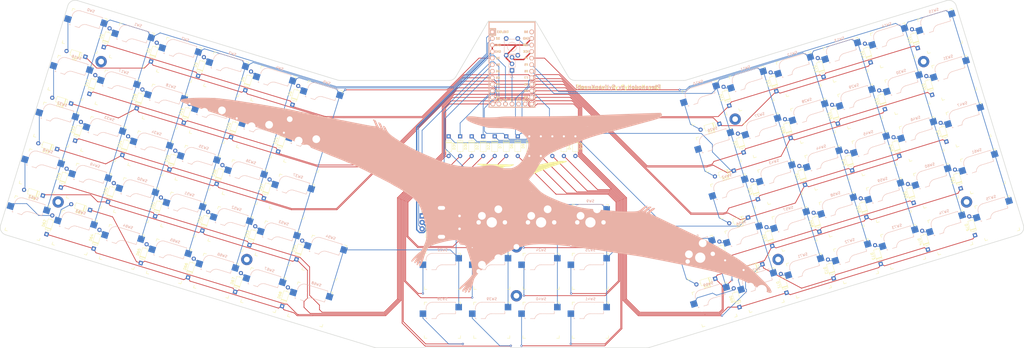
<source format=kicad_pcb>
(kicad_pcb (version 20240108) (generator "pcbnew") (generator_version "8.0")
  (layers (0 "F.Cu" signal) (31 "B.Cu" signal) (34 "B.Paste" user) (35 "F.Paste" user) (36 "B.SilkS" user "B.Silkscreen") (37 "F.SilkS" user "F.Silkscreen") (38 "B.Mask" user) (39 "F.Mask" user) (44 "Edge.Cuts" user))
  (net 0 "")
  (net 1 "/COL0")
  (net 2 "/COL1")
  (net 3 "/COL2")
  (net 4 "/COL3")
  (net 5 "/COL4")
  (net 6 "/COL5")
  (net 7 "/COL6")
  (net 8 "/COL7")
  (net 9 "/ROW5")
  (net 10 "/ROTA")
  (net 11 "/ROTB")
  (net 12 "Net-(D70-A)")
  (net 13 "/PIN15")
  (net 14 "GND")
  (net 15 "+5V")
  (net 16 "/ROW0")
  (net 17 "/ROW1")
  (net 18 "Net-(D60-A)")
  (net 19 "/ROW3")
  (net 20 "/ROW4")
  (net 21 "Net-(D0-A)")
  (net 22 "Net-(D1-A)")
  (net 23 "Net-(D2-A)")
  (net 24 "Net-(D3-A)")
  (net 25 "Net-(D4-A)")
  (net 26 "Net-(D5-A)")
  (net 27 "Net-(D6-A)")
  (net 28 "Net-(D7-A)")
  (net 29 "Net-(D8-A)")
  (net 30 "Net-(D9-A)")
  (net 31 "Net-(D10-A)")
  (net 32 "Net-(D11-A)")
  (net 33 "Net-(D12-A)")
  (net 34 "Net-(D13-A)")
  (net 35 "Net-(D14-A)")
  (net 36 "Net-(D15-A)")
  (net 37 "Net-(D16-A)")
  (net 38 "Net-(D17-A)")
  (net 39 "Net-(D18-A)")
  (net 40 "Net-(D19-A)")
  (net 41 "Net-(D20-A)")
  (net 42 "Net-(D21-A)")
  (net 43 "Net-(D22-A)")
  (net 44 "Net-(D23-A)")
  (net 45 "Net-(D24-A)")
  (net 46 "Net-(D25-A)")
  (net 47 "Net-(D26-A)")
  (net 48 "Net-(D27-A)")
  (net 49 "Net-(D28-A)")
  (net 50 "Net-(D29-A)")
  (net 51 "Net-(D30-A)")
  (net 52 "Net-(D31-A)")
  (net 53 "Net-(D32-A)")
  (net 54 "Net-(D33-A)")
  (net 55 "Net-(D34-A)")
  (net 56 "Net-(D61-A)")
  (net 57 "Net-(D36-A)")
  (net 58 "Net-(D37-A)")
  (net 59 "Net-(D38-A)")
  (net 60 "Net-(D39-A)")
  (net 61 "Net-(D40-A)")
  (net 62 "Net-(D41-A)")
  (net 63 "Net-(D43-A)")
  (net 64 "Net-(D44-A)")
  (net 65 "Net-(D45-A)")
  (net 66 "Net-(D46-A)")
  (net 67 "Net-(D47-A)")
  (net 68 "Net-(D48-A)")
  (net 69 "Net-(D49-A)")
  (net 70 "Net-(D50-A)")
  (net 71 "Net-(D51-A)")
  (net 72 "Net-(D52-A)")
  (net 73 "Net-(D53-A)")
  (net 74 "Net-(D54-A)")
  (net 75 "Net-(D55-A)")
  (net 76 "Net-(D56-A)")
  (net 77 "Net-(D57-A)")
  (net 78 "Net-(D58-A)")
  (net 79 "Net-(D59-A)")
  (net 80 "Net-(D42-A)")
  (net 81 "/ROW7")
  (net 82 "Net-(D62-A)")
  (net 83 "Net-(D63-A)")
  (net 84 "Net-(D64-A)")
  (net 85 "Net-(D65-A)")
  (net 86 "Net-(D66-A)")
  (net 87 "Net-(D67-A)")
  (net 88 "Net-(D68-A)")
  (net 89 "Net-(D69-A)")
  (net 90 "/ROW2")
  (net 91 "/ROW6")
  (net 92 "Net-(D35-A)")
  (net 93 "/ROW9")
  (net 94 "/ROW8")
  (net 95 "Net-(D71-A)")
  (net 96 "Net-(D72-A)")
  (net 97 "Net-(D73-A)")
  (net 98 "Net-(D74-A)")
  (net 99 "Net-(D75-A)")
  (net 100 "Net-(U0-RST)")
  (footprint "keyswitches:Kailh_socket_MX" (layer "F.Cu") (at 287.96319 202.246646 17)
    (property "Reference" "SW69")
    (property "Value" "MX")
  )
  (footprint "pteranodon:D_DO-35_SOD27_P7.62mm_Horizontal" (layer "F.Cu") (at 69.703701 108.032481 73)
    (property "Reference" "D2")
    (property "Value" "1N4148")
  )
  (footprint "keyswitches:Kailh_socket_MX" (layer "F.Cu") (at 111.536638 136.677391 -17)
    (property "Reference" "SW20")
    (property "Value" "MX")
  )
  (footprint "keyswitches:Kailh_socket_MX" (layer "F.Cu") (at 318.943183 172.935725 17)
    (property "Reference" "SW57")
    (property "Value" "MX")
  )
  (footprint "keyswitches:Kailh_socket_MX" (layer "F.Cu") (at 87.726109 149.237169 -17)
    (property "Reference" "SW35")
    (property "Value" "MX")
  )
  (footprint "keyswitches:Kailh_socket_MX" (layer "F.Cu") (at 135.34717 124.117617 -17)
    (property "Reference" "SW5")
    (property "Value" "MX")
  )
  (footprint "keyswitches:Kailh_socket_MX" (layer "F.Cu") (at 282.416166 184.103154 17)
    (property "Reference" "SW55")
    (property "Value" "MX")
  )
  (footprint "pteranodon:D_DO-35_SOD27_P7.62mm_Horizontal" (layer "F.Cu") (at 211.753713 137.049778 -90)
    (property "Reference" "D9")
    (property "Value" "1N4148")
  )
  (footprint "pteranodon:D_DO-35_SOD27_P7.62mm_Horizontal" (layer "F.Cu") (at 124.494226 124.783623 73)
    (property "Reference" "D5")
    (property "Value" "1N4148")
  )
  (footprint "pteranodon:D_DO-35_SOD27_P7.62mm_Horizontal" (layer "F.Cu") (at 120.489315 202.916747 73)
    (property "Reference" "D68")
    (property "Value" "1N4148")
  )
  (footprint "keyswitches:Kailh_socket_MX" (layer "F.Cu") (at 105.989616 154.820883 -17)
    (property "Reference" "SW36")
    (property "Value" "MX")
  )
  (footprint "keyswitches:Kailh_socket_MX" (layer "F.Cu") (at 45.652067 156.213232 -17)
    (property "Reference" "SW49")
    (property "Value" "MX")
  )
  (footprint "pteranodon:D_DO-35_SOD27_P7.62mm_Horizontal" (layer "F.Cu") (at 295.395408 150.375921 -163)
    (property "Reference" "D26")
    (property "Value" "1N4148")
  )
  (footprint "pteranodon:D_DO-35_SOD27_P7.62mm_Horizontal" (layer "F.Cu") (at 310.30874 179.559623 107)
    (property "Reference" "D57")
    (property "Value" "1N4148")
  )
  (footprint "pteranodon:D_DO-35_SOD27_P7.62mm_Horizontal" (layer "F.Cu") (at 29.252105 175.022733 73)
    (property "Reference" "D62")
    (property "Value" "1N4148")
  )
  (footprint "keyswitches:Kailh_socket_MX" (layer "F.Cu") (at 307.84914 136.648741 17)
    (property "Reference" "SW27")
    (property "Value" "MX")
  )
  (footprint "keyswitches:Kailh_socket_MX" (layer "F.Cu") (at 300.679676 178.519438 17)
    (property "Reference" "SW56")
    (property "Value" "MX")
  )
  (footprint "keyswitches:Kailh_socket_MX" (layer "F.Cu") (at 80.556644 107.36647 -17)
    (property "Reference" "SW2")
    (property "Value" "MX")
  )
  (footprint "pteranodon:D_DO-35_SOD27_P7.62mm_Horizontal" (layer "F.Cu") (at 40.34615 138.735747 73)
    (property "Reference" "D33")
    (property "Value" "1N4148")
  )
  (footprint "pteranodon:D_DO-35_SOD27_P7.62mm_Horizontal" (layer "F.Cu") (at 323.006481 155.838145 107)
    (property "Reference" "D44")
    (property "Value" "1N4148")
  )
  (footprint "keyswitches:Kailh_socket_MX" (layer "F.Cu") (at 27.388561 150.629516 -17)
    (property "Reference" "SW48")
    (property "Value" "MX")
  )
  (footprint "keyswitches:Kailh_socket_MX" (layer "F.Cu") (at 357.017667 101.777026 17)
    (property "Reference" "SW14")
    (property "Value" "MX")
  )
  (footprint "keyswitches:Kailh_socket_MX" (layer "F.Cu") (at 306.226698 196.662929 17)
    (property "Reference" "SW70")
    (property "Value" "MX")
  )
  (footprint "keyswitches:Kailh_socket_MX" (layer "F.Cu") (at 391.903498 150.629518 17)
    (property "Reference" "SW61")
    (property "Value" "MX")
  )
  (footprint "pteranodon:D_DO-35_SOD27_P7.62mm_Horizontal" (layer "F.Cu") (at 87.967208 113.616194 73)
    (property "Reference" "D3")
    (property "Value" "1N4148")
  )
  (footprint "pteranodon:D_DO-35_SOD27_P7.62mm_Horizontal" (layer "F.Cu") (at 383.287797 157.247684 107)
    (property "Reference" "D61")
    (property "Value" "1N4148")
  )
  (footprint "keyswitches:Kailh_socket_MX" (layer "F.Cu") (at 220.782523 208.362278)
    (property "Reference" "SW40")
    (property "Value" "MX")
  )
  (footprint "pteranodon:D_DO-35_SOD27_P7.62mm_Horizontal" (layer "F.Cu") (at 220.680985 137.049778 -90)
    (property "Reference" "D25")
    (property "Value" "1N4148")
  )
  (footprint "keyswitches:Kailh_socket_MX" (layer "F.Cu") (at 32.935583 132.486025 -17)
    (property "Reference" "SW32")
    (property "Value" "MX")
  )
  (footprint "" (layer "F.Cu") (at 368.913559 108.05978 17)
    (property "Reference" "")
    (property "Value" "")
  )
  (footprint "pteranodon:D_DO-35_SOD27_P7.62mm_Horizontal" (layer "F.Cu") (at 102.306137 197.357591 73)
    (property "Reference" "D67")
    (property "Value" "1N4148")
  )
  (footprint "pteranodon:D_DO-35_SOD27_P7.62mm_Horizontal" (layer "F.Cu") (at 388.834819 175.391177 107)
    (property "Reference" "D75")
    (property "Value" "1N4148")
  )
  (footprint "keyswitches:Kailh_socket_MX" (layer "F.Cu") (at 201.684522 189.389778)
    (property "Reference" "SW23")
    (property "Value" "MX")
  )
  (footprint "keyswitches:Kailh_socket_MX" (layer "F.Cu") (at 320.528137 112.932995 17)
    (property "Reference" "SW12")
    (property "Value" "MX")
  )
  (footprint "keyswitches:Kailh_socket_MX" (layer "F.Cu") (at 117.083661 118.5339 -17)
    (property "Reference" "SW4")
    (property "Value" "MX")
  )
  (footprint "keyswitches:Kailh_socket_MX" (layer "F.Cu") (at 313.396162 154.792232 17)
    (property "Reference" "SW43")
    (property "Value" "MX")
  )
  (footprint "keyswitches:Kailh_socket_MX" (layer "F.Cu") (at 38.482604 114.342533 -17)
    (property "Reference" "SW16")
    (property "Value" "MX")
  )
  (footprint "pteranodon:D_DO-35_SOD27_P7.62mm_Horizontal" (layer "F.Cu") (at 330.157203 113.973179 107)
    (property "Reference" "D13")
    (property "Value" "1N4148")
  )
  (footprint "pteranodon:D_DO-35_SOD27_P7.62mm_Horizontal" (layer "F.Cu") (at 58.609657 144.319464 73)
    (property "Reference" "D34")
    (property "Value" "1N4148")
  )
  (footprint "pteranodon:D_DO-35_SOD27_P7.62mm_Horizontal" (layer "F.Cu") (at 44.292385 106.199067 163)
    (property "Reference" "D0")
    (property "Value" "1N4148")
  )
  (footprint "keyswitches:Kailh_socket_MX" (layer "F.Cu") (at 131.328869 202.246646 -17)
    (property "Reference" "SW68")
    (property "Value" "MX")
  )
  (footprint "keyswitches:Kailh_socket_MX" (layer "F.Cu") (at 397.450519 168.773009 17)
    (property "Reference" "SW75")
    (property "Value" "MX")
  )
  (footprint "pteranodon:D_DO-35_SOD27_P7.62mm_Horizontal" (layer "F.Cu") (at 366.646732 102.81721 107)
    (property "Reference" "D15")
    (property "Value" "1N4148")
  )
  (footprint "pteranodon:D_DO-35_SOD27_P7.62mm_Horizontal" (layer "F.Cu") (at 315.855763 197.703114 107)
    (property "Reference" "D71")
    (property "Value" "1N4148")
  )
  (footprint "keyswitches:Kailh_socket_MX" (layer "F.Cu") (at 124.253123 160.404598 -17)
    (property "Reference" "SW37")
    (property "Value" "MX")
  )
  (footprint "" (layer "F.Cu") (at 33.746803 162.493119 -17)
    (property "Reference" "")
    (property "Value" "")
  )
  (footprint "pteranodon:D_DO-35_SOD27_P7.62mm_Horizontal" (layer "F.Cu") (at 335.704226 132.116671 107)
    (property "Reference" "D29")
    (property "Value" "1N4148")
  )
  (footprint "pteranodon:D_DO-35_SOD27_P7.62mm_Horizontal" (layer "F.Cu") (at 189.435533 137.049778 -90)
    (property "Reference" "D38")
    (property "Value" "1N4148")
  )
  (footprint "pteranodon:D_DO-35_SOD27_P7.62mm_Horizontal" (layer "F.Cu") (at 352.345291 186.547147 107)
    (property "Reference" "D73")
    (property "Value" "1N4148")
  )
  (footprint "pteranodon:D_DO-35_SOD27_P7.62mm_Horizontal" (layer "F.Cu") (at 304.761719 161.416131 107)
    (property "Reference" "D43")
    (property "Value" "1N4148")
  )
  (footprint "pteranodon:D_DO-35_SOD27_P7.62mm_Horizontal" (layer "F.Cu") (at 341.251248 150.260163 107)
    (property "Reference" "D45")
    (property "Value" "1N4148")
  )
  (footprint "pteranodon:D_DO-35_SOD27_P7.62mm_Horizontal" (layer "F.Cu") (at 311.912438 119.551163 107)
    (property "Reference" "D12")
    (property "Value" "1N4148")
  )
  (footprint "keyswitches:Kailh_socket_MX" (layer "F.Cu") (at 51.199091 138.06974 -17)
    (property "Reference" "SW33")
    (property "Value" "MX")
  )
  (footprint "pteranodon:D_DO-35_SOD27_P7.62mm_Horizontal" (layer "F.Cu") (at 229.608257 137.049778 -90)
    (property "Reference" "D41")
    (property "Value" "1N4148")
  )
  (footprint "keyswitches:Kailh_socket_MX" (layer "F.Cu") (at 295.132654 160.375946 17)
    (property "Reference" "SW42")
    (property "Value" "MX")
  )
  (footprint "pteranodon:D_DO-35_SOD27_P7.62mm_Horizontal" (layer "F.Cu") (at 184.971897 137.049779 -90)
    (property "Reference" "D39")
    (property "Value" "1N4148")
  )
  (footprint "keyswitches:Kailh_socket_MX" (layer "F.Cu") (at 58.368555 179.94044 -17)
    (property "Reference" "SW64")
    (property "Value" "MX")
  )
  (footprint "pteranodon:D_DO-35_SOD27_P7.62mm_Horizontal" (layer "F.Cu") (at 317.459461 137.694655 107)
    (property "Reference" "D28")
    (property "Value" "1N4148")
  )
  (footprint "keyswitches:Kailh_socket_MX" (layer "F.Cu") (at 355.470198 161.768294 17)
    (property "Reference" "SW59")
    (property "Value" "MX")
  )
  (footprint "pteranodon:D_DO-35_SOD27_P7.62mm_Horizontal" (layer "F.Cu") (at 106.230719 119.199909 73)
    (property "Reference" "D4")
    (property "Value" "1N4148")
  )
  (footprint "keyswitches:Kailh_socket_MX" (layer "F.Cu") (at 375.262431 96.199042 17)
    (property "Reference" "SW15")
    (property "Value" "MX")
  )
  (footprint "keyswitches:Kailh_socket_MX" (layer "F.Cu") (at 326.112648 131.065025 17)
    (property "Reference" "SW28")
    (property "Value" "MX")
  )
  (footprint "pteranodon:D_DO-35_SOD27_P7.62mm_Horizontal" (layer "F.Cu") (at 299.214695 143.27264 107)
    (property "Reference" "D27")
    (property "Value" "1N4148")
  )
  (footprint "keyswitches:Kailh_socket_MX" (layer "F.Cu") (at 100.442595 172.964377 -17)
    (property "Reference" "SW52")
    (property "Value" "MX")
  )
  (footprint "pteranodon:D_DO-35_SOD27_P7.62mm_Horizontal" (layer "F.Cu") (at 372.193755 120.960702 107)
    (property "Reference" "D31")
    (property "Value" "1N4148")
  )
  (footprint "pteranodon:pteranodon" (layer "F.Cu") (at 209.381435 153.799778)
    (property "Reference" "G***")
    (property "Value" "LOGO" (hide yes))
  )
  (footprint "keyswitches:Kailh_socket_MX" (layer "F.Cu") (at 220.782521 170.417278)
    (property "Reference" "SW8")
    (property "Value" "MX")
  )
  (footprint "pteranodon:D_DO-35_SOD27_P7.62mm_Horizontal" (layer "F.Cu") (at 33.35074 141.987577 163)
    (property "Reference" "D32")
    (property "Value" "1N4148")
  )
  (footprint "keyswitches:Kailh_socket_MX" (layer "F.Cu") (at 93.27313 131.093679 -17)
    (property "Reference" "SW19")
    (property "Value" "MX")
  )
  (footprint "pteranodon:D_DO-35_SOD27_P7.62mm_Horizontal" (layer "F.Cu") (at 38.753769 124.315065 163)
    (property "Reference" "D16")
    (property "Value" "1N4148")
  )
  (footprint "pteranodon:D_DO-35_SOD27_P7.62mm_Horizontal" (layer "F.Cu") (at 365.043034 162.82567 107)
    (property "Reference" "D60")
    (property "Value" "1N4148")
  )
  (footprint "pteranodon:D_DO-35_SOD27_P7.62mm_Horizontal" (layer "F.Cu") (at 234.071897 137.049778 -90)
    (property "Reference" "D40")
    (property "Value" "1N4148")
  )
  (footprint "pteranodon:D_DO-35_SOD27_P7.62mm_Horizontal" (layer "F.Cu") (at 113.400181 161.070606 73)
    (property "Reference" "D37")
    (property "Value" "1N4148")
  )
  (footprint "pteranodon:D_DO-35_SOD27_P7.62mm_Horizontal" (layer "F.Cu") (at 377.740775 139.104192 107)
    (property "Reference" "D47")
    (property "Value" "1N4148")
  )
  (footprint "pteranodon:D_DO-35_SOD27_P7.62mm_Horizontal" (layer "F.Cu") (at 359.496011 144.682179 107)
    (property "Reference" "D46")
    (property "Value" "1N4148")
  )
  (footprint "pteranodon:D_DO-35_SOD27_P7.62mm_Horizontal" (layer "F.Cu") (at 82.420186 131.759685 73)
    (property "Reference" "D19")
    (property "Value" "1N4148")
  )
  (footprint "keyswitches:Kailh_socket_MX" (layer "F.Cu") (at 118.706103 178.54809 -17)
    (property "Reference" "SW53")
    (property "Value" "MX")
  )
  (footprint "" (layer "F.Cu") (at 50.38787 108.062644 -17)
    (property "Reference" "")
    (property "Value" "")
  )
  (footprint "keyswitches:Kailh_socket_MX" (layer "F.Cu") (at 239.880521 189.389778)
    (property "Reference" "SW25")
    (property "Value" "MX")
  )
  (footprint "pteranodon:D_DO-35_SOD27_P7.62mm_Horizontal" (layer "F.Cu") (at 292.054603 185.140472 107)
    (property "Reference" "D56")
    (property "Value" "1N4148")
  )
  (footprint "keyswitches:Kailh_socket_MX" (layer "F.Cu") (at 386.356477 132.486025 17)
    (property "Reference" "SW47")
    (property "Value" "MX")
  )
  (footprint "pteranodon:D_DO-35_SOD27_P7.62mm_Horizontal" (layer "F.Cu") (at 289.848386 132.232429 -163)
    (property "Reference" "D10")
    (property "Value" "1N4148")
  )
  (footprint "keyswitches:Kailh_socket_MX" (layer "F.Cu") (at 338.772901 107.355011 17)
    (property "Reference" "SW13")
    (property "Value" "MX")
  )
  (footprint "keyswitches:Kailh_socket_MX" (layer "F.Cu") (at 284.038608 124.088963 17)
    (property "Reference" "SW10")
    (property "Value" "MX")
  )
  (footprint "pteranodon:D_DO-35_SOD27_P7.62mm_Horizontal" (layer "F.Cu") (at 328.553503 173.981638 107)
    (property "Reference" "D58")
    (property "Value" "1N4148")
  )
  (footprint "keyswitches:Kailh_socket_MX" (layer "F.Cu") (at 75.009624 125.509963 -17)
    (property "Reference" "SW18")
    (property "Value" "MX")
  )
  (footprint "keyswitches:Kailh_socket_MX" (layer "F.Cu") (at 201.684522 208.362278)
    (property "Reference" "SW39")
    (property "Value" "MX")
  )
  (footprint "pteranodon:D_DO-35_SOD27_P7.62mm_Horizontal" (layer "F.Cu") (at 118.947205 142.927115 73)
    (property "Reference" "D21")
    (property "Value" "1N4148")
  )
  (footprint "pteranodon:D_DO-35_SOD27_P7.62mm_Horizontal" (layer "F.Cu") (at 370.590057 180.969161 107)
    (property "Reference" "D74")
    (property "Value" "1N4148")
  )
  (footprint "keyswitches:Kailh_socket_MX" (layer "F.Cu") (at 342.753714 185.495502 17)
    (property "Reference" "SW72")
    (property "Value" "MX")
  )
  (footprint "pteranodon:D_DO-35_SOD27_P7.62mm_Horizontal" (layer "F.Cu") (at 297.601624 203.283964 107)
    (property "Reference" "D69")
    (property "Value" "1N4148")
  )
  (footprint "keyswitches:Kailh_socket_MX" (layer "F.Cu") (at 21.84154 168.773008 -17)
    (property "Reference" "SW62")
    (property "Value" "MX")
  )
  (footprint "pteranodon:D_DO-35_SOD27_P7.62mm_Horizontal" (layer "F.Cu") (at 65.77912 186.190163 73)
    (property "Reference" "D65")
    (property "Value" "1N4148")
  )
  (footprint "keyswitches:Kailh_socket_MX" (layer "F.Cu") (at 361.017222 179.911786 17)
    (property "Reference" "SW73")
    (property "Value" "MX")
  )
  (footprint "keyswitches:Kailh_socket_MX" (layer "F.Cu") (at 69.462602 143.653454 -17)
    (property "Reference" "SW34")
    (property "Value" "MX")
  )
  (footprint "pteranodon:D_DO-35_SOD27_P7.62mm_Horizontal" (layer "F.Cu") (at 225.144621 137.049779 -90)
    (property "Reference" "D24")
    (property "Value" "1N4148")
  )
  (footprint "keyswitches:Kailh_socket_MX" (layer "F.Cu") (at 362.639664 119.897595 17)
    (property "Reference" "SW30")
    (property "Value" "MX")
  )
  (footprint "keyswitches:Kailh_socket_MX" (layer "F.Cu") (at 136.875895 184.103153 -17)
    (property "Reference" "SW54")
    (property "Value" "MX")
  )
  (footprint "" (layer "F.Cu") (at 211.233521 179.903528)
    (property "Reference" "")
    (property "Value" "")
  )
  (footprint "keyswitches:Kailh_socket_MX" (layer "F.Cu") (at 40.105047 174.356723 -17)
    (property "Reference" "SW63")
    (property "Value" "MX")
  )
  (footprint "keyswitches:Kailh_socket_MX" (layer "F.Cu") (at 113.159081 196.691582 -17)
    (property "Reference" "SW67")
    (property "Value" "MX")
  )
  (footprint "keyswitches:Kailh_socket_MX" (layer "F.Cu") (at 302.283373 118.510978 17)
    (property "Reference" "SW11")
    (property "Value" "MX")
  )
  (footprint "pteranodon:D_DO-35_SOD27_P7.62mm_Horizontal" (layer "F.Cu") (at 84.042629 191.773875 73)
    (property "Reference" "D66")
    (property "Value" "1N4148")
  )
  (footprint "pteranodon:D_DO-35_SOD27_P7.62mm_Horizontal" (layer "F.Cu") (at 47.515614 180.606445 73)
    (property "Reference" "D64")
    (property "Value" "1N4148")
  )
  (footprint "keyswitches:Kailh_socket_MX" (layer "F.Cu") (at 76.632066 185.524153 -17)
    (property "Reference" "SW65")
    (property "Value" "MX")
  )
  (footprint "keyswitches:Kailh_socket_MX" (layer "F.Cu") (at 94.895573 191.107869 -17)
    (property "Reference" "SW66")
    (property "Value" "MX")
  )
  (footprint "keyswitches:Kailh_socket_MX" (layer "F.Cu") (at 220.782521 189.389778)
    (property "Reference" "SW24")
    (property "Value" "MX")
  )
  (footprint "keyswitches:Kailh_socket_MX" (layer "F.Cu") (at 182.586522 208.362278)
    (property "Reference" "SW38")
    (property "Value" "MX")
  )
  (footprint "keyswitches:Kailh_socket_MX" (layer "F.Cu") (at 373.733709 156.184579 17)
    (property "Reference" "SW60")
    (property "Value" "MX")
  )
  (footprint "pteranodon:D_DO-35_SOD27_P7.62mm_Horizontal" (layer "F.Cu") (at 95.136671 155.486892 73)
    (property "Reference" "D36")
    (property "Value" "1N4148")
  )
  (footprint "keyswitches:Kailh_socket_MX" (layer "F.Cu") (at 379.280731 174.32807 17)
    (property "Reference" "SW74")
    (property "Value" "MX")
  )
  (footprint "keyswitches:Kailh_socket_MX" (layer "F.Cu") (at 324.490204 191.079217 17)
    (property "Reference" "SW71")
    (property "Value" "MX")
  )
  (footprint "pteranodon:D_DO-35_SOD27_P7.62mm_Horizontal" (layer "F.Cu") (at 46.100114 165.607201 163)
    (property "Reference" "D63")
    (property "Value" "1N4148")
  )
  (footprint "pteranodon:D_DO-35_SOD27_P7.62mm_Horizontal" (layer "F.Cu") (at 202.826441 137.049779 -90)
    (property "Reference" "D7")
    (property "Value" "1N4148")
  )
  (footprint "pteranodon:D_DO-35_SOD27_P7.62mm_Horizontal" (layer "F.Cu") (at 107.853157 179.214099 73)
    (property "Reference" "D53")
    (property "Value" "1N4148")
  )
  (footprint "pteranodon:D_DO-35_SOD27_P7.62mm_Horizontal" (layer "F.Cu") (at 198.362805 137.049778 -90)
    (property "Reference" "D22")
    (property "Value" "1N4148")
  )
  (footprint "keyswitches:Kailh_socket_MX" (layer "F.Cu") (at 201.684522 170.417278)
    (property "Reference" "SW7")
    (property "Value" "MX")
  )
  (footprint "pteranodon:D_DO-35_SOD27_P7.62mm_Horizontal" (layer "F.Cu") (at 346.798268 168.403655 107)
    (property "Reference" "D59")
    (property "Value" "1N4148")
  )
  (footprint "keyswitches:Kailh_socket_MX" (layer "F.Cu") (at 182.586522 189.389779)
    (property "Reference" "SW22")
    (property "Value" "MX")
  )
  (footprint "keyswitches:Kailh_socket_MX" (layer "F.Cu") (at 368.186684 138.041086 17)
    (property "Reference" "SW46")
    (property "Value" "MX")
  )
  (footprint "pteranodon:D_DO-35_SOD27_P7.62mm_Horizontal" (layer "F.Cu") (at 100.683695 137.3434 73)
    (property "Reference" "D20")
    (property "Value" "1N4148")
  )
  (footprint "keyswitches:Kailh_socket_MX" (layer "F.Cu") (at 82.179088 167.380662 -17)
    (property "Reference" "SW51")
    (property "Value" "MX")
  )
  (footprint "pteranodon:D_DO-35_SOD27_P7.62mm_Horizontal" (layer "F.Cu") (at 334.100527 192.125132 107)
    (property "Reference" "D72")
    (property "Value" "1N4148")
  )
  (footprint "pteranodon:D_DO-35_SOD27_P7.62mm_Horizontal" (layer "F.Cu") (at 64.156679 126.175971 73)
    (property "Reference" "D18")
    (property "Value" "1N4148")
  )
  (footprint "pteranodon:D_DO-35_SOD27_P7.62mm_Horizontal" (layer "F.Cu") (at 193.899169 137.049778 -90)
    (property "Reference" "D23")
    (property "Value" "1N4148")
  )
  (footprint "pteranodon:D_DO-35_SOD27_P7.62mm_Horizontal" (layer "F.Cu") (at 51.440194 102.448763 73)
    (property "Reference" "D1")
    (property "Value" "1N4148")
  )
  (footprint "pteranodon:D_DO-35_SOD27_P7.62mm_Horizontal" (layer "F.Cu") (at 300.942431 168.519413 -163)
    (property "Reference" "D42")
    (property "Value" "1N4148")
  )
  (footprint "Keebio-Parts:RotaryEncoder_EC11" (layer "F.Cu") (at 182.201522 170.417278)
    (property "Reference" "SW6")
    (property "Value" "RotaryEncoder_Switch")
  )
  (footprint "pteranodon:D_DO-35_SOD27_P7.62mm_Horizontal" (layer "F.Cu") (at 53.062635 162.462953 73)
    (property "Reference" "D50")
    (property "Value" "1N4148")
  )
  (footprint "" (layer "F.Cu") (at 123.441904 130.397503 -17)
    (property "Reference" "")
    (property "Value" "")
  )
  (footprint "" (layer "F.Cu") (at 312.575568 184.802193 17)
    (property "Reference" "")
    (property "Value" "")
  )
  (footprint "pteranodon:D_DO-35_SOD27_P7.62mm_Horizontal" (layer "F.Cu") (at 27.836609 160.023485 163)
    (property "Reference" "D48")
    (property "Value" "1N4148")
  )
  (footprint "pteranodon:D_DO-35_SOD27_P7.62mm_Horizontal" (layer "F.Cu") (at 207.290077 137.049778 -90)
    (property "Reference" "D6")
    (property "Value" "1N4148")
  )
  (footprint "pteranodon:D_DO-35_SOD27_P7.62mm_Horizontal" (layer "F.Cu") (at 353.948989 126.538687 107)
    (property "Reference" "D30")
    (property "Value" "1N4148")
  )
  (footprint "keyswitches:Kailh_socket_MX" (layer "F.Cu") (at 44.029628 96.199042 -17)
    (property "Reference" "SW0")
    (property "Value" "MX")
  )
  (footprint "pteranodon:D_DO-35_SOD27_P7.62mm_Horizontal" (layer "F.Cu") (at 89.589651 173.630383 73)
    (property "Reference" "D52")
    (property "Value" "1N4148")
  )
  (footprint "keyswitches:Kailh_socket_MX" (layer "F.Cu") (at 344.376155 125.48131 17)
    (property "Reference" "SW29")
    (property "Value" "MX")
  )
  (footprint "pteranodon:D_DO-35_SOD27_P7.62mm_Horizontal" (layer "F.Cu") (at 126.036339 184.773254 73)
    (property "Reference" "D54")
    (property "Value" "1N4148")
  )
  (footprint "" (layer "F.Cu") (at 385.554626 162.490255 17)
    (property "Reference" "")
    (property "Value" "")
  )
  (footprint "keyswitches:Kailh_socket_MX" (layer "F.Cu") (at 62.293138 101.782756 -17)
    (property "Reference" "SW1")
    (property "Value" "MX")
  )
  (footprint "pteranodon:D_DO-35_SOD27_P7.62mm_Horizontal" (layer "F.Cu") (at 348.401966 108.395195 107)
    (property "Reference" "D14")
    (property "Value" "1N4148")
  )
  (footprint "pteranodon:D_DO-35_SOD27_P7.62mm_Horizontal" (layer "F.Cu") (at 306.489453 186.662905 -163)
    (property "Reference" "D70")
    (property "Value" "1N4148")
  )
  (footprint "keyswitches:Kailh_socket_MX" (layer "F.Cu") (at 349.923177 143.624801 17)
    (property "Reference" "SW45")
    (property "Value" "MX")
  )
  (footprint "" (layer "F.Cu") (at 211.233521 198.876028)
    (property "Reference" "")
    (property "Value" "")
  )
  (footprint "pteranodon:D_DO-35_SOD27_P7.62mm_Horizontal" (layer "F.Cu") (at 216.217349 137.049778 -90)
    (property "Reference" "D8")
    (property "Value" "1N4148")
  )
  (footprint "" (layer "F.Cu") (at 106.800838 184.827978 -17)
    (property "Reference" "")
    (property "Value" "")
  )
  (footprint "pteranodon:D_DO-35_SOD27_P7.62mm_Horizontal" (layer "F.Cu") (at 34.799125 156.87924 73)
    (property "Reference" "D49")
    (property "Value" "1N4148")
  )
  (footprint "keyswitches:Kailh_socket_MX" (layer "F.Cu") (at 56.746116 119.926248 -17)
    (property "Reference" "SW17")
    (property "Value" "MX")
  )
  (footprint "pteranodon:D_DO-35_SOD27_P7.62mm_Horizontal" (layer "F.Cu") (at 45.893172 120.592255 73)
    (property "Reference" "D17")
    (property "Value" "1N4148")
  )
  (footprint "Keebio-Parts:Elite-C" (layer "F.Cu") (at 209.519118 110.529778 -90)
    (property "Reference" "U0" (hide yes))
    (property "Value" "Elite-C" (hide yes))
  )
  (footprint "keyswitches:Kailh_socket_MX" (layer "F.Cu") (at 239.880521 170.417278)
    (property "Reference" "SW9")
    (property "Value" "MX")
  )
  (footprint "keyswitches:Kailh_socket_MX" (layer "F.Cu") (at 380.809455 114.342533 17)
    (property "Reference" "SW31")
    (property "Value" "MX")
  )
  (footprint "keyswitches:Kailh_socket_MX" (layer "F.Cu") (at 337.20669 167.352009 17)
    (property "Reference" "SW58")
    (property "Value" "MX")
  )
  (footprint "pteranodon:D_DO-35_SOD27_P7.62mm_Horizontal" (layer "F.Cu") (at 288.225943 192.246617 -163)
    (property "Reference" "D55")
    (property "Value" "1N4148")
  )
  (footprint "pteranodon:D_DO-35_SOD27_P7.62mm_Horizontal" (layer "F.Cu") (at 293.667673 125.129149 107)
    (property "Reference" "D11")
    (property "Value" "1N4148")
  )
  (footprint "keyswitches:Kailh_socket_MX" (layer "F.Cu") (at 129.800148 142.261109 -17)
    (property "Reference" "SW21")
    (property "Value" "MX")
  )
  (footprint "" (layer "F.Cu") (at 295.934502 130.371717)
    (property "Reference" "")
    (property "Value" "")
  )
  (footprint "pteranodon:D_DO-35_SOD27_P7.62mm_Horizontal" (layer "F.Cu") (at 76.873165 149.903177 73)
    (property "Reference" "D35")
    (property "Value" "1N4148")
  )
  (footprint "keyswitches:Kailh_socket_MX" (layer "F.Cu") (at 98.820153 112.950187 -17)
    (property "Reference" "SW3")
    (property "Value" "MX")
  )
  (footprint "keyswitches:Kailh_socket_MX" (layer "F.Cu") (at 289.58563 142.232455 17)
    (property "Reference" "SW26")
    (property "Value" "MX")
  )
  (footprint "keyswitches:Kailh_socket_MX" (layer "F.Cu") (at 63.915578 161.796946 -17)
    (property "Reference" "SW50")
    (property "Value" "MX")
  )
  (footprint "keyswitches:Kailh_socket_MX" (layer "F.Cu") (at 239.880522 208.362278)
    (property "Reference" "SW41")
    (property "Value" "MX")
  )
  (footprint "keyswitches:Kailh_socket_MX" (layer "F.Cu") (at 331.659669 149.208518 17)
    (property "Reference" "SW44")
    (property "Value" "MX")
  )
  (footprint "pteranodon:D_DO-35_SOD27_P7.62mm_Horizontal" (layer "F.Cu") (at 71.326142 168.046669 73)
    (property "Reference" "D51")
    (property "Value" "1N4148")
  )
  (footprint "pteranodon:pteranodon_big" (layer "B.Cu") (at 196.344522 160.889778 180)
    (property "Reference" "G***")
    (property "Value" "LOGO" (hide yes))
  )
  (footprint "Connector_PinHeader_2.54mm:PinHeader_1x03_P2.54mm_Vertical" (layer "B.Cu") (at 209.519118 111.484778)
    (property "Reference" "J0")
    (property "Value" "Conn_01x03")
  )
  (footprint "Molex-0548190589:PushButton_6x6mm_TH_Pretty" (layer "B.Cu") (at 209.519118 102.359779 90)
    (property "Reference" "SW76" (hide yes))
    (property "Value" "MX")
  )
  (gr_line (start 276.941385 115.24378) (end 377.807501 84.40391) (stroke (width 0.2)) (layer "Edge.Cuts"))
  (gr_arc (start 13.455388 175.252863) (mid 11.683633 173.792361) (end 11.463589 171.506834) (stroke (width 0.2)) (layer "Edge.Cuts"))
  (gr_arc (start 37.484671 86.395709) (mid 38.945154 84.62395) (end 41.2307 84.40391) (stroke (width 0.2)) (layer "Edge.Cuts"))
  (gr_arc (start 407.574612 171.506834) (mid 407.354557 173.792377) (end 405.582813 175.252862) (stroke (width 0.2)) (layer "Edge.Cuts"))
  (gr_line (start 381.553529 86.395709) (end 407.574612 171.506834) (stroke (width 0.2)) (layer "Edge.Cuts"))
  (gr_line (start 200.375118 92.349778) (end 218.663118 92.349778) (stroke (width 0.2)) (layer "Edge.Cuts"))
  (gr_arc (start 377.807501 84.40391) (mid 380.093042 84.623978) (end 381.553529 86.395709) (stroke (width 0.2)) (layer "Edge.Cuts"))
  (gr_line (start 218.663118 92.349778) (end 231.324336 113.894846) (stroke (width 0.2)) (layer "Edge.Cuts"))
  (gr_line (start 200.375118 92.349778) (end 187.784191 113.888868) (stroke (width 0.2)) (layer "Edge.Cuts"))
  (gr_line (start 142.921204 115.374881) (end 185.194239 115.374881) (stroke (width 0.2)) (layer "Edge.Cuts"))
  (gr_line (start 405.582813 175.252862) (end 262.621286 218.951743) (stroke (width 0.2)) (layer "Edge.Cuts"))
  (gr_arc (start 142.921204 115.374881) (mid 142.477532 115.341889) (end 142.043616 115.243651) (stroke (width 0.2)) (layer "Edge.Cuts"))
  (gr_line (start 41.2307 84.40391) (end 142.043616 115.243651) (stroke (width 0.2)) (layer "Edge.Cuts"))
  (gr_line (start 13.455388 175.252863) (end 156.353749 218.951634) (stroke (width 0.2)) (layer "Edge.Cuts"))
  (gr_arc (start 187.784191 113.888868) (mid 186.687231 114.976998) (end 185.194239 115.374881) (stroke (width 0.2)) (layer "Edge.Cuts"))
  (gr_line (start 261.744333 219.082778) (end 157.231054 219.082778) (stroke (width 0.2)) (layer "Edge.Cuts"))
  (gr_arc (start 157.231054 219.082778) (mid 156.787528 219.04981) (end 156.353749 218.951634) (stroke (width 0.2)) (layer "Edge.Cuts"))
  (gr_arc (start 262.621286 218.951743) (mid 262.187678 219.049841) (end 261.744333 219.082778) (stroke (width 0.2)) (layer "Edge.Cuts"))
  (gr_arc (start 233.910786 115.374888) (mid 232.420798 114.978715) (end 231.324336 113.894846) (stroke (width 0.2)) (layer "Edge.Cuts"))
  (gr_line (start 11.463589 171.506834) (end 37.484671 86.395709) (stroke (width 0.2)) (layer "Edge.Cuts"))
  (gr_line (start 276.064218 115.374881) (end 233.910786 115.374888) (stroke (width 0.2)) (layer "Edge.Cuts"))
  (gr_arc (start 276.941385 115.24378) (mid 276.507673 115.341925) (end 276.064218 115.374881) (stroke (width 0.2)) (layer "Edge.Cuts"))
  (gr_text "Pteranodon by SylivanKenobi" (at 267.314522 118.849778 0) (layer "B.SilkS") (effects (font (size 1.5 1.5) (thickness 0.3) (bold yes)) (justify left bottom mirror)))
  (gr_text "Pteranodon by SylivanKenobi" (at 234.014523 118.849778 0) (layer "F.SilkS") (effects (font (size 1.5 1.5) (thickness 0.3) (bold yes)) (justify left bottom)))
  (segment (start 29.3618 165.743442) (end 29.341944 165.753998) (width 0.25) (layer "B.Cu") (net 1))
  (segment (start 51.530035 93.180031) (end 53.871303 91.935157) (width 0.25) (layer "B.Cu") (net 1))
  (segment (start 53.871303 91.935157) (end 68.548667 96.422478) (width 0.25) (layer "B.Cu") (net 1))
  (segment (start 201.899117 96.735182) (end 201.899117 96.559779) (width 0.25) (layer "B.Cu") (net 1))
  (segment (start 69.793543 98.763747) (end 73.258618 96.921333) (width 0.25) (layer "B.Cu") (net 1))
  (segment (start 69.793543 98.763747) (end 69.804097 98.783599) (width 0.25) (layer "B.Cu") (net 1))
  (segment (start 131.30669 114.668409) (end 141.510463 117.788017) (width 0.25) (layer "B.Cu") (net 1))
  (segment (start 141.510463 117.788017) (end 186.835654 117.788017) (width 0.25) (layer "B.Cu") (net 1))
  (segment (start 47.625308 171.327157) (end 47.605451 171.337714) (width 0.25) (layer "B.Cu") (net 1))
  (segment (start 51.530035 93.180031) (end 51.540591 93.199884) (width 0.25) (layer "B.Cu") (net 1))
  (segment (start 68.548667 96.422478) (end 69.793543 98.763747) (width 0.25) (layer "B.Cu") (net 1))
  (segment (start 51.540591 93.199884) (end 29.3618 165.743442) (width 0.25) (layer "B.Cu") (net 1))
  (segment (start 73.258618 96.921333) (end 131.30669 114.668409) (width 0.25) (layer "B.Cu") (net 1))
  (segment (start 186.835654 117.788017) (end 199.674521 104.949149) (width 0.25) (layer "B.Cu") (net 1))
  (segment (start 199.674522 98.784374) (end 201.899117 96.559779) (width 0.25) (layer "B.Cu") (net 1))
  (segment (start 199.674521 104.949149) (end 199.674522 98.784374) (width 0.25) (layer "B.Cu") (net 1))
  (segment (start 69.804097 98.783599) (end 47.625308 171.327157) (width 0.25) (layer "B.Cu") (net 1))
  (segment (start 133.489382 115.806285) (end 141.589283 118.282675) (width 0.25) (layer "B.Cu") (net 2))
  (segment (start 88.057049 104.347461) (end 88.067606 104.367315) (width 0.25) (layer "B.Cu") (net 2))
  (segment (start 200.124522 105.135544) (end 200.124522 100.874375) (width 0.25) (layer "B.Cu") (net 2))
  (segment (start 88.067606 104.367315) (end 65.888814 176.910871) (width 0.25) (layer "B.Cu") (net 2))
  (segment (start 105.075683 107.589907) (end 106.320557 109.931178) (width 0.25) (layer "B.Cu") (net 2))
  (segment (start 84.152322 182.494588) (end 84.132471 182.505145) (width 0.25) (layer "B.Cu") (net 2))
  (segment (start 186.977391 118.282676) (end 200.124522 105.135544) (width 0.25) (layer "B.Cu") (net 2))
  (segment (start 65.888814 176.910871) (end 65.86896 176.921429) (width 0.25) (layer "B.Cu") (net 2))
  (segment (start 88.057049 104.347461) (end 90.398317 103.102587) (width 0.25) (layer "B.Cu") (net 2))
  (segment (start 200.124522 100.874375) (end 201.899118 99.099779) (width 0.25) (layer "B.Cu") (net 2))
  (segment (start 90.398317 103.102587) (end 105.075683 107.589907) (width 0.25) (layer "B.Cu") (net 2))
  (segment (start 109.223731 108.387531) (end 133.489382 115.806285) (width 0.25) (layer "B.Cu") (net 2))
  (segment (start 106.320557 109.931178) (end 109.223731 108.387531) (width 0.25) (layer "B.Cu") (net 2))
  (segment (start 106.331115 109.951032) (end 84.152322 182.494588) (width 0.25) (layer "B.Cu") (net 2))
  (segment (start 141.589283 118.282675) (end 186.977391 118.282676) (width 0.25) (layer "B.Cu") (net 2))
  (segment (start 106.320557 109.931178) (end 106.331115 109.951032) (width 0.25) (layer "B.Cu") (net 2))
  (segment (start 144.949522 119.007675) (end 184.417437 119.007675) (width 0.25) (layer "F.Cu") (net 3))
  (segment (start 184.417437 119.007675) (end 196.705334 106.719778) (width 0.25) (layer "F.Cu") (net 3))
  (segment (start 196.705334 106.719778) (end 201.899118 106.719778) (width 0.25) (layer "F.Cu") (net 3))
  (via (at 144.949522 119.007675) (size 0.8) (drill 0.4) (layers "F.Cu" "B.Cu") (net 3))
  (segment (start 142.858132 121.11846) (end 120.67934 193.662016) (width 0.25) (layer "B.Cu") (net 3))
  (segment (start 143.758745 122.009778) (end 142.847575 121.098607) (width 0.25) (layer "B.Cu") (net 3))
  (segment (start 124.594622 115.534745) (end 102.415831 188.078303) (width 0.25) (layer "B.Cu") (net 3))
  (segment (start 141.602701 118.757338) (end 142.847576 121.098608) (width 0.25) (layer "B.Cu") (net 3))
  (segment (start 144.938506 119.007675) (end 144.949522 119.007675) (width 0.25) (layer "B.Cu") (net 3))
  (segment (start 126.925333 114.270016) (end 141.602701 118.757338) (width 0.25) (layer "B.Cu") (net 3))
  (segment (start 124.584065 115.514889) (end 124.594622 115.534745) (width 0.25) (layer "B.Cu") (net 3))
  (segment (start 142.847575 121.098607) (end 144.938506 119.007675) (width 0.25) (layer "B.Cu") (net 3))
  (segment (start 142.847576 121.098608) (end 142.858132 121.11846) (width 0.25) (layer "B.Cu") (net 3))
  (segment (start 120.67934 193.662016) (end 120.659486 193.672572) (width 0.25) (layer "B.Cu") (net 3))
  (segment (start 124.584065 115.514889) (end 126.925333 114.270016) (width 0.25) (layer "B.Cu") (net 3))
  (segment (start 102.415831 188.078303) (end 102.395977 188.088858) (width 0.25) (layer "B.Cu") (net 3))
  (segment (start 189.201522 167.917278) (end 187.876522 169.242278) (width 0.25) (layer "B.Cu") (net 4))
  (segment (start 193.656522 163.462278) (end 193.844522 163.462279) (width 0.25) (layer "B.Cu") (net 4))
  (segment (start 207.990422 203.266379) (end 207.974522 203.282278) (width 0.25) (layer "B.Cu") (net 4))
  (segment (start 187.876522 183.309778) (end 188.876522 184.309778) (width 0.25) (layer "B.Cu") (net 4))
  (segment (start 138.849132 199.217078) (end 138.829276 199.227635) (width 0.25) (layer "B.Cu") (net 4))
  (segment (start 183.249521 153.055279) (end 183.249521 127.909374) (width 0.25) (layer "B.Cu") (net 4))
  (segment (start 144.386856 181.103998) (end 138.849132 199.217078) (width 0.25) (layer "B.Cu") (net 4))
  (segment (start 188.892421 184.325678) (end 188.892422 203.266378) (width 0.25) (layer "B.Cu") (net 4))
  (segment (start 183.249521 127.909374) (end 201.899118 109.259778) (width 0.25) (layer "B.Cu") (net 4))
  (segment (start 207.990422 165.353179) (end 207.990422 203.266379) (width 0.25) (layer "B.Cu") (net 4))
  (segment (start 193.656522 163.462278) (end 183.249521 153.055279) (width 0.25) (layer "B.Cu") (net 4))
  (segment (start 189.201522 167.917278) (end 193.656522 163.462278) (width 0.25) (layer "B.Cu") (net 4))
  (segment (start 193.844522 163.462279) (end 206.099522 163.462278) (width 0.25) (layer "B.Cu") (net 4))
  (segment (start 206.099522 163.462278) (end 207.974521 165.337278) (width 0.25) (layer "B.Cu") (net 4))
  (segment (start 185.650887 181.084143) (end 188.876522 184.309778) (width 0.25) (layer "B.Cu") (net 4))
  (segment (start 144.3763 181.084145) (end 144.386856 181.103998) (width 0.25) (layer "B.Cu") (net 4))
  (segment (start 188.876522 184.309778) (end 188.892421 184.325678) (width 0.25) (layer "B.Cu") (net 4))
  (segment (start 207.974521 165.337278) (end 207.990422 165.353179) (width 0.25) (layer "B.Cu") (net 4))
  (segment (start 188.892422 203.266378) (end 188.876522 203.282278) (width 0.25) (layer "B.Cu") (net 4))
  (segment (start 144.3763 181.084145) (end 185.650887 181.084143) (width 0.25) (layer "B.Cu") (net 4))
  (segment (start 187.876522 169.242278) (end 187.876522 183.309778) (width 0.25) (layer "B.Cu") (net 4))
  (segment (start 246.186421 203.266378) (end 246.170521 203.282279) (width 0.25) (layer "B.Cu") (net 5))
  (segment (start 227.072522 165.337278) (end 227.088422 165.353178) (width 0.25) (layer "B.Cu") (net 5))
  (segment (start 286.946075 177.406107) (end 286.965928 177.416665) (width 0.25) (layer "B.Cu") (net 5))
  (segment (start 215.245021 153.509778) (end 227.072522 165.337278) (width 0.25) (layer "B.Cu") (net 5))
  (segment (start 286.16747 176.627504) (end 286.946076 177.406108) (width 0.25) (layer "B.Cu") (net 5))
  (segment (start 195.402888 153.509779) (end 215.245021 153.509778) (width 0.25) (layer "B.Cu") (net 5))
  (segment (start 246.186422 165.353178) (end 246.186421 203.266378) (width 0.25) (layer "B.Cu") (net 5))
  (segment (start 227.072522 165.337278) (end 228.947522 163.462279) (width 0.25) (layer "B.Cu") (net 5))
  (segment (start 227.088422 203.266378) (end 227.072522 203.282278) (width 0.25) (layer "B.Cu") (net 5))
  (segment (start 227.088422 165.353178) (end 227.088422 203.266378) (width 0.25) (layer "B.Cu") (net 5))
  (segment (start 183.699521 129.999374) (end 183.699522 141.806412) (width 0.25) (layer "B.Cu") (net 5))
  (segment (start 201.899118 111.799779) (end 183.699521 129.999374) (width 0.25) (layer "B.Cu") (net 5))
  (segment (start 244.295521 163.462278) (end 246.170522 165.337279) (width 0.25) (layer "B.Cu") (net 5))
  (segment (start 246.170522 165.337279) (end 246.186422 165.353178) (width 0.25) (layer "B.Cu") (net 5))
  (segment (start 286.965928 177.416665) (end 292.503653 195.529746) (width 0.25) (layer "B.Cu") (net 5))
  (segment (start 292.503653 195.529746) (end 292.493099 195.549599) (width 0.25) (layer "B.Cu") (net 5))
  (segment (start 246.170522 184.309779) (end 253.852798 176.627502) (width 0.25) (layer "B.Cu") (net 5))
  (segment (start 253.852798 176.627502) (end 286.16747 176.627504) (width 0.25) (layer "B.Cu") (net 5))
  (segment (start 183.699522 141.806412) (end 195.402888 153.509779) (width 0.25) (layer "B.Cu") (net 5))
  (segment (start 228.947522 163.462279) (end 244.295521 163.462278) (width 0.25) (layer "B.Cu") (net 5))
  (segment (start 288.568516 117.391917) (end 288.58837 117.402474) (width 0.25) (layer "B.Cu") (net 6))
  (segment (start 306.813281 111.813931) (end 304.472014 110.569057) (width 0.25) (layer "B.Cu") (net 6))
  (segment (start 329.030671 184.362314) (end 329.020113 184.38217) (width 0.25) (layer "B.Cu") (net 6))
  (segment (start 225.749118 120.409778) (end 217.139118 111.799778) (width 0.25) (layer "B.Cu") (net 6))
  (segment (start 288.568516 117.391917) (end 288.568517 118.699032) (width 0.25) (layer "B.Cu") (net 6))
  (segment (start 306.813281 111.813931) (end 306.85761 111.837501) (width 0.25) (layer "B.Cu") (net 6))
  (segment (start 286.85777 120.409779) (end 225.749118 120.409778) (width 0.25) (layer "B.Cu") (net 6))
  (segment (start 304.472014 110.569057) (end 289.813391 115.050647) (width 0.25) (layer "B.Cu") (net 6))
  (segment (start 288.568517 118.699032) (end 286.85777 120.409779) (width 0.25) (layer "B.Cu") (net 6))
  (segment (start 289.813391 115.050647) (end 288.568516 117.391917) (width 0.25) (layer "B.Cu") (net 6))
  (segment (start 306.85761 111.837501) (end 329.030671 184.362314) (width 0.25) (layer "B.Cu") (net 6))
  (segment (start 288.58837 117.402474) (end 310.767162 189.946031) (width 0.25) (layer "B.Cu") (net 6))
  (segment (start 310.767162 189.946031) (end 310.756606 189.965885) (width 0.25) (layer "B.Cu") (net 6))
  (segment (start 322.154872 104.692304) (end 295.744198 112.766857) (width 0.25) (layer "B.Cu") (net 7))
  (segment (start 227.589118 119.709778) (end 217.139118 109.259778) (width 0.25) (layer "B.Cu") (net 7))
  (segment (start 326.302921 103.89468) (end 325.058045 106.235948) (width 0.25) (layer "B.Cu") (net 7))
  (segment (start 343.396088 100.70756) (end 365.557688 173.194886) (width 0.25) (layer "B.Cu") (net 7))
  (segment (start 340.961542 99.41309) (end 326.302921 103.89468) (width 0.25) (layer "B.Cu") (net 7))
  (segment (start 343.302811 100.657964) (end 343.396088 100.70756) (width 0.25) (layer "B.Cu") (net 7))
  (segment (start 278.457311 118.051988) (end 276.799522 119.709779) (width 0.25) (layer "B.Cu") (net 7))
  (segment (start 325.058046 106.235948) (end 322.154872 104.692304) (width 0.25) (layer "B.Cu") (net 7))
  (segment (start 325.12685 106.272531) (end 347.294178 178.7786) (width 0.25) (layer "B.Cu") (net 7))
  (segment (start 295.744195 112.766858) (end 289.5121 114.6722) (width 0.25) (layer "B.Cu") (net 7))
  (segment (start 325.058045 106.235948) (end 325.12685 106.272531) (width 0.25) (layer "B.Cu") (net 7))
  (segment (start 276.799522 119.709779) (end 227.589118 119.709778) (width 0.25) (layer "B.Cu") (net 7))
  (segment (start 347.294178 178.7786) (end 347.283621 178.798456) (width 0.25) (layer "B.Cu") (net 7))
  (segment (start 289.512098 114.672201) (end 278.457311 118.051988) (width 0.25) (layer "B.Cu") (net 7))
  (segment (start 343.302811 100.657964) (end 340.961542 99.41309) (width 0.25) (layer "B.Cu") (net 7))
  (segment (start 289.5121 114.6722) (end 289.512098 114.672201) (width 0.25) (layer "B.Cu") (net 7))
  (segment (start 295.744198 112.766857) (end 295.744195 112.766858) (width 0.25) (layer "B.Cu") (net 7))
  (segment (start 365.557688 173.194886) (end 365.54713 173.214741) (width 0.25) (layer "B.Cu") (net 7))
  (segment (start 222.109521 106.719778) (end 234.374522 118.984778) (width 0.25) (layer "F.Cu") (net 8))
  (segment (start 234.374522 118.984778) (end 274.424522 118.984778) (width 0.25) (layer "F.Cu") (net 8))
  (segment (start 217.139117 106.719779) (end 222.109521 106.719778) (width 0.25) (layer "F.Cu") (net 8))
  (via (at 274.424522 118.984778) (size 0.8) (drill 0.4) (layers "F.Cu" "B.Cu") (net 8))
  (segment (start 401.990986 162.056109) (end 401.980429 162.075963) (width 0.25) (layer "B.Cu") (net 8))
  (segment (start 274.424522 118.984778) (end 276.888126 118.984778) (width 0.25) (layer "B.Cu") (net 8))
  (segment (start 383.821196 167.61117) (end 383.810638 167.631024) (width 0.25) (layer "B.Cu") (net 8))
  (segment (start 361.665327 95.142587) (end 383.821196 167.61117) (width 0.25) (layer "B.Cu") (net 8))
  (segment (start 276.888126 118.971637) (end 278.199521 117.660241) (width 0.25) (layer "B.Cu") (net 8))
  (segment (start 377.451072 88.257119) (end 362.79245 92.738711) (width 0.25) (layer "B.Cu") (net 8))
  (segment (start 276.888126 118.984778) (end 276.888126 118.971637) (width 0.25) (layer "B.Cu") (net 8))
  (segment (start 310.712682 107.719971) (end 278.199521 117.660241) (width 0.25) (layer "B.Cu") (net 8))
  (segment (start 379.792339 89.501995) (end 377.451072 88.257119) (width 0.25) (layer "B.Cu") (net 8))
  (segment (start 362.79245 92.738711) (end 361.547575 95.079978) (width 0.25) (layer "B.Cu") (net 8))
  (segment (start 361.547575 95.079978) (end 361.665327 95.142587) (width 0.25) (layer "B.Cu") (net 8))
  (segment (start 379.812193 89.51255) (end 401.990986 162.056109) (width 0.25) (layer "B.Cu") (net 8))
  (segment (start 379.792339 89.501995) (end 379.812193 89.51255) (width 0.25) (layer "B.Cu") (net 8))
  (segment (start 358.082499 93.237565) (end 310.712682 107.719971) (width 0.25) (layer "B.Cu") (net 8))
  (segment (start 361.547576 95.079978) (end 358.082499 93.237565) (width 0.25) (layer "B.Cu") (net 8))
  (segment (start 291.230501 167.332775) (end 278.801934 167.332775) (width 0.25) (layer "F.Cu") (net 9))
  (segment (start 323.006481 155.838145) (end 319.237832 162.925948) (width 0.25) (layer "F.Cu") (net 9))
  (segment (start 33.35074 141.987577) (end 52.172731 147.742037) (width 0.25) (layer "F.Cu") (net 9))
  (segment (start 359.496011 144.682179) (end 358.749087 146.08694) (width 0.25) (layer "F.Cu") (net 9))
  (segment (start 187.825918 119.419778) (end 141.735213 165.510484) (width 0.25) (layer "F.Cu") (net 9))
  (segment (start 234.284522 137.049778) (end 234.746897 136.587403) (width 0.25) (layer "F.Cu") (net 9))
  (segment (start 358.749087 146.08694) (end 324.411245 156.585071) (width 0.25) (layer "F.Cu") (net 9))
  (segment (start 300.942431 168.519413) (end 298.086576 169.392535) (width 0.25) (layer "F.Cu") (net 9))
  (segment (start 298.086576 169.392535) (end 293.123984 166.753879) (width 0.25) (layer "F.Cu") (net 9))
  (segment (start 278.801934 167.332775) (end 230.853937 119.384779) (width 0.25) (layer "F.Cu") (net 9))
  (segment (start 234.071897 137.049778) (end 234.284522 137.049778) (width 0.25) (layer "F.Cu") (net 9))
  (segment (start 230.853937 119.384779) (end 218.873013 119.384778) (width 0.25) (layer "F.Cu") (net 9))
  (segment (start 324.411245 156.585071) (end 323.006481 155.838145) (width 0.25) (layer "F.Cu") (net 9))
  (segment (start 95.883597 156.891652) (end 124.074522 165.510483) (width 0.25) (layer "F.Cu") (net 9))
  (segment (start 293.123984 166.753879) (end 291.230501 167.332775) (width 0.25) (layer "F.Cu") (net 9))
  (segment (start 203.100418 120.621079) (end 201.899117 119.419778) (width 0.25) (layer "F.Cu") (net 9))
  (segment (start 218.873013 119.384778) (end 217.636713 120.621078) (width 0.25) (layer "F.Cu") (net 9))
  (segment (start 52.172731 147.742037) (end 58.609657 144.319464) (width 0.25) (layer "F.Cu") (net 9))
  (segment (start 95.136671 155.486892) (end 95.883597 156.891652) (width 0.25) (layer "F.Cu") (net 9))
  (segment (start 201.899117 119.419778) (end 187.825918 119.419778) (width 0.25) (layer "F.Cu") (net 9))
  (segment (start 217.636713 120.621078) (end 203.100418 120.621079) (width 0.25) (layer "F.Cu") (net 9))
  (segment (start 59.356581 145.724224) (end 93.73191 156.233817) (width 0.25) (layer "F.Cu") (net 9))
  (segment (start 93.73191 156.233817) (end 95.136671 155.486892) (width 0.25) (layer "F.Cu") (net 9))
  (segment (start 141.735213 165.510484) (end 124.074522 165.510483) (width 0.25) (layer "F.Cu") (net 9))
  (segment (start 58.609657 144.319464) (end 59.356581 145.724224) (width 0.25) (layer "F.Cu") (net 9))
  (segment (start 319.237832 162.925948) (end 300.942431 168.519413) (width 0.25) (layer "F.Cu") (net 9))
  (segment (start 268.894404 171.872286) (end 297.589559 171.872286) (width 0.25) (layer "B.Cu") (net 9))
  (segment (start 189.435533 131.883363) (end 201.899117 119.419778) (width 0.25) (layer "B.Cu") (net 9))
  (segment (start 234.071897 137.049778) (end 268.894404 171.872286) (width 0.25) (layer "B.Cu") (net 9))
  (segment (start 189.435533 137.049778) (end 189.435533 131.883363) (width 0.25) (layer "B.Cu") (net 9))
  (segment (start 297.589559 171.872286) (end 300.942431 168.519413) (width 0.25) (layer "B.Cu") (net 9))
  (segment (start 174.701522 167.917278) (end 174.701522 134.75848) (width 0.25) (layer "B.Cu") (net 10))
  (segment (start 174.701522 134.75848) (end 201.401523 108.058478) (width 0.25) (layer "B.Cu") (net 10))
  (segment (start 204.439118 110.074374) (end 204.439118 124.499779) (width 0.25) (layer "B.Cu") (net 10))
  (segment (start 201.401523 108.058478) (end 202.423222 108.058478) (width 0.25) (layer "B.Cu") (net 10))
  (segment (start 202.423222 108.058478) (end 204.439118 110.074374) (width 0.25) (layer "B.Cu") (net 10))
  (segment (start 202.396713 105.518478) (end 206.979118 110.100883) (width 0.25) (layer "B.Cu") (net 11))
  (segment (start 201.401523 105.518478) (end 202.396713 105.518478) (width 0.25) (layer "B.Cu") (net 11))
  (segment (start 173.376522 133.543479) (end 201.401523 105.518478) (width 0.25) (layer "B.Cu") (net 11))
  (segment (start 174.701522 172.917279) (end 173.376521 171.592278) (width 0.25) (layer "B.Cu") (net 11))
  (segment (start 173.376521 171.592278) (end 173.376522 133.543479) (width 0.25) (layer "B.Cu") (net 11))
  (segment (start 206.979118 110.100883) (end 206.979118 124.499779) (width 0.25) (layer "B.Cu") (net 11))
  (segment (start 297.134261 192.780403) (end 299.20241 188.890777) (width 0.25) (layer "B.Cu") (net 12))
  (segment (start 298.25441 196.444245) (end 297.134261 192.780403) (width 0.25) (layer "B.Cu") (net 12))
  (segment (start 209.519118 111.484778) (end 209.519118 124.499779) (width 0.25) (layer "B.Cu") (net 13))
  (segment (start 201.899118 101.639778) (end 207.424522 101.639779) (width 0.508) (layer "F.Cu") (net 14))
  (segment (start 207.424522 101.639779) (end 211.224521 101.639778) (width 0.508) (layer "F.Cu") (net 14))
  (segment (start 207.269118 106.694779) (end 207.269118 105.609778) (width 0.508) (layer "F.Cu") (net 14))
  (segment (start 214.599118 101.639779) (end 217.139118 99.099778) (width 0.508) (layer "F.Cu") (net 14))
  (segment (start 209.519118 108.944778) (end 207.269118 106.694779) (width 0.508) (layer "F.Cu") (net 14))
  (segment (start 207.269118 105.609778) (end 211.224522 101.654374) (width 0.508) (layer "F.Cu") (net 14))
  (segment (start 211.224522 101.654374) (end 211.224521 101.639778) (width 0.508) (layer "F.Cu") (net 14))
  (segment (start 211.224521 101.639778) (end 214.599118 101.639779) (width 0.508) (layer "F.Cu") (net 14))
  (segment (start 201.899118 104.179778) (end 201.899118 101.639778) (width 0.508) (layer "F.Cu") (net 14))
  (segment (start 176.155522 173.519545) (end 175.303789 174.371278) (width 0.508) (layer "B.Cu") (net 14))
  (segment (start 173.711021 174.371279) (end 172.599522 173.259779) (width 0.508) (layer "B.Cu") (net 14))
  (segment (start 176.155522 171.871278) (end 176.155522 173.519545) (width 0.508) (layer "B.Cu") (net 14))
  (segment (start 175.303789 174.371278) (end 173.711021 174.371279) (width 0.508) (layer "B.Cu") (net 14))
  (segment (start 172.599522 133.479374) (end 201.899118 104.179778) (width 0.508) (layer "B.Cu") (net 14))
  (segment (start 172.599522 173.259779) (end 172.599522 133.479374) (width 0.508) (layer "B.Cu") (net 14))
  (segment (start 174.701522 170.417279) (end 176.155522 171.871278) (width 0.508) (layer "B.Cu") (net 14))
  (segment (start 210.369117 107.254778) (end 214.064117 107.254779) (width 0.508) (layer "F.Cu") (net 15))
  (segment (start 209.519117 106.404778) (end 210.369117 107.254778) (width 0.508) (layer "F.Cu") (net 15))
  (segment (start 214.064117 107.254779) (end 217.139118 104.179778) (width 0.508) (layer "F.Cu") (net 15))
  (segment (start 174.699521 129.361986) (end 190.92303 113.138478) (width 0.25) (layer "F.Cu") (net 16))
  (segment (start 174.699521 129.361986) (end 137.160671 129.361987) (width 0.25) (layer "F.Cu") (net 16))
  (segment (start 51.440194 102.448763) (end 52.844953 101.701839) (width 0.25) (layer "F.Cu") (net 16))
  (segment (start 244.035917 129.384778) (end 289.374522 129.384778) (width 0.25) (layer "F.Cu") (net 16))
  (segment (start 215.937818 113.138478) (end 217.139118 114.339778) (width 0.25) (layer "F.Cu") (net 16))
  (segment (start 190.92303 113.138478) (end 215.937818 113.138478) (width 0.25) (layer "F.Cu") (net 16))
  (segment (start 89.371969 112.869267) (end 123.747302 123.378863) (width 0.25) (layer "F.Cu") (net 16))
  (segment (start 87.967208 113.616194) (end 89.371969 112.869267) (width 0.25) (layer "F.Cu") (net 16))
  (segment (start 294.414598 123.724386) (end 293.667673 125.129149) (width 0.25) (layer "F.Cu") (net 16))
  (segment (start 137.15927 129.361558) (end 137.149522 129.358578) (width 0.25) (layer "F.Cu") (net 16))
  (segment (start 137.160671 129.361987) (end 137.159742 129.361702) (width 0.25) (layer "F.Cu") (net 16))
  (segment (start 52.844953 101.701839) (end 87.220284 112.211433) (width 0.25) (layer "F.Cu") (net 16))
  (segment (start 125.585389 125.823068) (end 137.149522 129.358578) (width 0.25) (layer "F.Cu") (net 16))
  (segment (start 330.922739 112.533417) (end 330.157203 113.973179) (width 0.25) (layer "F.Cu") (net 16))
  (segment (start 124.494226 124.783623) (end 124.942382 125.626479) (width 0.25) (layer "F.Cu") (net 16))
  (segment (start 137.159742 129.361702) (end 137.159284 129.361562) (width 0.25) (layer "F.Cu") (net 16))
  (segment (start 365.20697 102.051674) (end 330.922739 112.533417) (width 0.25) (layer "F.Cu") (net 16))
  (segment (start 87.220284 112.211433) (end 87.967208 113.616194) (width 0.25) (layer "F.Cu") (net 16))
  (segment (start 289.374522 129.384778) (end 293.630151 125.129148) (width 0.25) (layer "F.Cu") (net 16))
  (segment (start 123.747302 123.378863) (end 124.494226 124.783623) (width 0.25) (layer "F.Cu") (net 16))
  (segment (start 124.942382 125.626479) (end 125.585389 125.823068) (width 0.25) (layer "F.Cu") (net 16))
  (segment (start 227.760918 113.109778) (end 244.035917 129.384778) (width 0.25) (layer "F.Cu") (net 16))
  (segment (start 218.369118 113.109778) (end 227.760918 113.109778) (width 0.25) (layer "F.Cu") (net 16))
  (segment (start 366.646732 102.81721) (end 365.20697 102.051674) (width 0.25) (layer "F.Cu") (net 16))
  (segment (start 328.752441 113.226253) (end 294.414598 123.724386) (width 0.25) (layer "F.Cu") (net 16))
  (segment (start 137.159284 129.361562) (end 137.15927 129.361558) (width 0.25) (layer "F.Cu") (net 16))
  (segment (start 293.630151 125.129148) (end 293.667673 125.129149) (width 0.25) (layer "F.Cu") (net 16))
  (segment (start 330.157203 113.973179) (end 328.752441 113.226253) (width 0.25) (layer "F.Cu") (net 16))
  (segment (start 217.139118 114.339778) (end 218.369118 113.109778) (width 0.25) (layer "F.Cu") (net 16))
  (segment (start 215.937818 115.541078) (end 215.937817 117.377373) (width 0.25) (layer "B.Cu") (net 16))
  (segment (start 215.937817 117.377373) (end 210.857818 122.457373) (width 0.25) (layer "B.Cu") (net 16))
  (segment (start 216.892349 138.624778) (end 217.349522 138.167605) (width 0.25) (layer "B.Cu") (net 16))
  (segment (start 212.968713 135.834778) (end 211.753713 137.049778) (width 0.25) (layer "B.Cu") (net 16))
  (segment (start 217.349522 138.167605) (end 217.349522 136.059778) (width 0.25) (layer "B.Cu") (net 16))
  (segment (start 204.401441 138.624779) (end 216.892349 138.624778) (width 0.25) (layer "B.Cu") (net 16))
  (segment (start 217.139118 114.339778) (end 215.937818 115.541078) (width 0.25) (layer "B.Cu") (net 16))
  (segment (start 202.826441 137.049779) (end 204.401441 138.624779) (width 0.25) (layer "B.Cu") (net 16))
  (segment (start 217.124522 135.834778) (end 212.968713 135.834778) (width 0.25) (layer "B.Cu") (net 16))
  (segment (start 217.349522 136.059778) (end 217.124522 135.834778) (width 0.25) (layer "B.Cu") (net 16))
  (segment (start 210.857818 122.457373) (end 210.857817 136.153883) (width 0.25) (layer "B.Cu") (net 16))
  (segment (start 210.857817 136.153883) (end 211.753713 137.049778) (width 0.25) (layer "B.Cu") (net 16))
  (segment (start 290.512674 132.896717) (end 289.848386 132.232429) (width 0.25) (layer "F.Cu") (net 17))
  (segment (start 218.449522 114.72827) (end 217.636713 115.541079) (width 0.25) (layer "F.Cu") (net 17))
  (segment (start 217.636713 115.541079) (end 203.100417 115.541078) (width 0.25) (layer "F.Cu") (net 17))
  (segment (start 69.703701 108.032481) (end 70.450625 109.437239) (width 0.25) (layer "F.Cu") (net 17))
  (segment (start 348.401966 108.395195) (end 347.655041 109.799957) (width 0.25) (layer "F.Cu") (net 17))
  (segment (start 313.317201 120.298088) (end 311.912438 119.551163) (width 0.25) (layer "F.Cu") (net 17))
  (segment (start 106.977642 120.604671) (end 137.09952 129.813852) (width 0.25) (layer "F.Cu") (net 17))
  (segment (start 174.885918 129.811986) (end 190.358126 114.339779) (width 0.25) (layer "F.Cu") (net 17))
  (segment (start 228.699522 114.684778) (end 218.449521 114.684778) (width 0.25) (layer "F.Cu") (net 17))
  (segment (start 243.849522 129.83478) (end 228.699522 114.684778) (width 0.25) (layer "F.Cu") (net 17))
  (segment (start 287.450734 129.834778) (end 243.849522 129.83478) (width 0.25) (layer "F.Cu") (net 17))
  (segment (start 137.09952 129.813852) (end 137.221019 129.813852) (width 0.25) (layer "F.Cu") (net 17))
  (segment (start 70.450625 109.437239) (end 104.825958 119.946832) (width 0.25) (layer "F.Cu") (net 17))
  (segment (start 190.358126 114.339779) (end 201.899118 114.339779) (width 0.25) (layer "F.Cu") (net 17))
  (segment (start 104.825958 119.946832) (end 106.230719 119.199909) (width 0.25) (layer "F.Cu") (net 17))
  (segment (start 106.230719 119.199909) (end 106.977642 120.604671) (width 0.25) (layer "F.Cu") (net 17))
  (segment (start 137.222885 129.811986) (end 174.885918 129.811986) (width 0.25) (layer "F.Cu") (net 17))
  (segment (start 311.912438 119.551163) (end 298.566884 132.896717) (width 0.25) (layer "F.Cu") (net 17))
  (segment (start 298.566884 132.896717) (end 290.512674 132.896717) (width 0.25) (layer "F.Cu") (net 17))
  (segment (start 218.449521 114.684778) (end 218.449522 114.72827) (width 0.25) (layer "F.Cu") (net 17))
  (segment (start 347.655041 109.799957) (end 313.317201 120.298088) (width 0.25) (layer "F.Cu") (net 17))
  (segment (start 69.703701 108.032481) (end 67.148538 110.587644) (width 0.25) (layer "F.Cu") (net 17))
  (segment (start 67.148538 110.587644) (end 48.680962 110.587644) (width 0.25) (layer "F.Cu") (net 17))
  (segment (start 48.680962 110.587644) (end 44.292385 106.199067) (width 0.25) (layer "F.Cu") (net 17))
  (segment (start 203.100417 115.541078) (end 201.899118 114.339779) (width 0.25) (layer "F.Cu") (net 17))
  (segment (start 289.848386 132.232429) (end 287.450734 129.834778) (width 0.25) (layer "F.Cu") (net 17))
  (segment (start 137.221019 129.813852) (end 137.222885 129.811986) (width 0.25) (layer "F.Cu") (net 17))
  (segment (start 207.290077 137.049778) (end 206.165077 135.924778) (width 0.25) (layer "B.Cu") (net 17))
  (segment (start 198.812805 135.048061) (end 198.812805 126.115797) (width 0.25) (layer "B.Cu") (net 17))
  (segment (start 206.165077 135.924778) (end 199.689522 135.924778) (width 0.25) (layer "B.Cu") (net 17))
  (segment (start 203.599522 121.958269) (end 203.599522 116.040183) (width 0.25) (layer "B.Cu") (net 17))
  (segment (start 199.689522 135.924778) (end 198.812805 135.048061) (width 0.25) (layer "B.Cu") (net 17))
  (segment (start 216.217349 137.049778) (end 215.092349 138.174778) (width 0.25) (layer "B.Cu") (net 17))
  (segment (start 202.396713 123.161078) (end 203.599522 121.958269) (width 0.25) (layer "B.Cu") (net 17))
  (segment (start 201.767523 123.161079) (end 202.396713 123.161078) (width 0.25) (layer "B.Cu") (net 17))
  (segment (start 208.415077 138.174778) (end 207.290077 137.049778) (width 0.25) (layer "B.Cu") (net 17))
  (segment (start 198.812805 126.115797) (end 201.767523 123.161079) (width 0.25) (layer "B.Cu") (net 17))
  (segment (start 203.599522 116.040183) (end 201.899118 114.339779) (width 0.25) (layer "B.Cu") (net 17))
  (segment (start 215.092349 138.174778) (end 208.415077 138.174778) (width 0.25) (layer "B.Cu") (net 17))
  (segment (start 365.76142 155.965897) (end 363.242428 155.965897) (width 0.25) (layer "B.Cu") (net 18))
  (segment (start 363.242428 155.965897) (end 362.815162 155.538631) (width 0.25) (layer "B.Cu") (net 18))
  (segment (start 217.753222 118.081079) (end 203.100418 118.081078) (width 0.25) (layer "F.Cu") (net 19))
  (segment (start 313.69081 144.782456) (end 295.395408 150.375921) (width 0.25) (layer "F.Cu") (net 19))
  (segment (start 101.430619 138.748161) (end 134.630002 148.89823) (width 0.25) (layer "F.Cu") (net 19))
  (segment (start 317.459461 137.694655) (end 313.69081 144.782456) (width 0.25) (layer "F.Cu") (net 19))
  (segment (start 353.202065 127.943448) (end 318.864223 138.441579) (width 0.25) (layer "F.Cu") (net 19))
  (segment (start 64.903604 127.580733) (end 99.278933 138.090325) (width 0.25) (layer "F.Cu") (net 19))
  (segment (start 295.395408 150.375921) (end 292.881432 151.14452) (width 0.25) (layer "F.Cu") (net 19))
  (segment (start 261.687483 148.945533) (end 229.65173 116.909778) (width 0.25) (layer "F.Cu") (net 19))
  (segment (start 284.950171 148.945531) (end 261.687483 148.945533) (width 0.25) (layer "F.Cu") (net 19))
  (segment (start 134.630002 148.89823) (end 157.072466 148.898231) (width 0.25) (layer "F.Cu") (net 19))
  (segment (start 57.104779 129.925533) (end 64.156679 126.175971) (width 0.25) (layer "F.Cu") (net 19))
  (segment (start 157.072466 148.898231) (end 189.090918 116.879778) (width 0.25) (layer "F.Cu") (net 19))
  (segment (start 218.924522 116.909778) (end 217.753222 118.081079) (width 0.25) (layer "F.Cu") (net 19))
  (segment (start 353.948989 126.538687) (end 353.202065 127.943448) (width 0.25) (layer "F.Cu") (net 19))
  (segment (start 287.360059 148.208754) (end 284.950171 148.945531) (width 0.25) (layer "F.Cu") (net 19))
  (segment (start 318.864223 138.441579) (end 317.459461 137.694655) (width 0.25) (layer "F.Cu") (net 19))
  (segment (start 99.278933 138.090325) (end 100.683695 137.3434) (width 0.25) (layer "F.Cu") (net 19))
  (segment (start 203.100418 118.081078) (end 201.899117 116.879778) (width 0.25) (layer "F.Cu") (net 19))
  (segment (start 100.683695 137.3434) (end 101.430619 138.748161) (width 0.25) (layer "F.Cu") (net 19))
  (segment (start 292.881432 151.14452) (end 287.360059 148.208754) (width 0.25) (layer "F.Cu") (net 19))
  (segment (start 189.090918 116.879778) (end 201.899117 116.879778) (width 0.25) (layer "F.Cu") (net 19))
  (segment (start 64.156679 126.175971) (end 64.903604 127.580733) (width 0.25) (layer "F.Cu") (net 19))
  (segment (start 38.753769 124.315065) (end 57.104779 129.925533) (width 0.25) (layer "F.Cu") (net 19))
  (segment (start 229.65173 116.909778) (end 218.924522 116.909778) (width 0.25) (layer "F.Cu") (net 19))
  (segment (start 201.334214 120.621079) (end 202.438222 120.621078) (width 0.25) (layer "B.Cu") (net 19))
  (segment (start 203.100418 118.081078) (end 201.899117 116.879778) (width 0.25) (layer "B.Cu") (net 19))
  (segment (start 225.144621 137.049779) (end 226.269621 135.924778) (width 0.25) (layer "B.Cu") (net 19))
  (segment (start 282.858537 135.924778) (end 287.124522 140.190764) (width 0.25) (layer "B.Cu") (net 19))
  (segment (start 287.124521 143.121477) (end 294.378965 150.375921) (width 0.25) (layer "B.Cu") (net 19))
  (segment (start 287.124522 140.190764) (end 287.124521 143.121477) (width 0.25) (layer "B.Cu") (net 19))
  (segment (start 198.362805 123.592487) (end 201.334214 120.621079) (width 0.25) (layer "B.Cu") (net 19))
  (segment (start 202.438222 120.621078) (end 203.100417 119.958883) (width 0.25) (layer "B.Cu") (net 19))
  (segment (start 226.269621 135.924778) (end 282.858537 135.924778) (width 0.25) (layer "B.Cu") (net 19))
  (segment (start 203.100417 119.958883) (end 203.100418 118.081078) (width 0.25) (layer "B.Cu") (net 19))
  (segment (start 294.378965 150.375921) (end 295.395408 150.375921) (width 0.25) (layer "B.Cu") (net 19))
  (segment (start 198.362805 137.049778) (end 198.362805 123.592487) (width 0.25) (layer "B.Cu") (net 19))
  (segment (start 341.998172 148.855402) (end 341.251248 150.260163) (width 0.25) (layer "F.Cu") (net 20))
  (segment (start 339.846485 149.513237) (end 305.508644 160.011369) (width 0.25) (layer "F.Cu") (net 20))
  (segment (start 217.139118 119.419778) (end 218.349117 118.209778) (width 0.25) (layer "F.Cu") (net 20))
  (segment (start 113.848335 161.913464) (end 114.596541 162.142213) (width 0.25) (layer "F.Cu") (net 20))
  (segment (start 278.905664 166.800109) (end 291.43364 166.800108) (width 0.25) (layer "F.Cu") (net 20))
  (segment (start 114.596541 162.142213) (end 124.130899 165.057159) (width 0.25) (layer "F.Cu") (net 20))
  (segment (start 376.336017 138.35727) (end 341.998172 148.855402) (width 0.25) (layer "F.Cu") (net 20))
  (segment (start 40.34615 138.735747) (end 41.750911 137.988823) (width 0.25) (layer "F.Cu") (net 20))
  (segment (start 76.126238 148.498415) (end 76.873165 149.903177) (width 0.25) (layer "F.Cu") (net 20))
  (segment (start 184.971897 137.049779) (end 184.296896 136.374779) (width 0.25) (layer "F.Cu") (net 20))
  (segment (start 78.277926 149.156253) (end 112.653256 159.665846) (width 0.25) (layer "F.Cu") (net 20))
  (segment (start 41.750911 137.988823) (end 76.126238 148.498415) (width 0.25) (layer "F.Cu") (net 20))
  (segment (start 113.400181 161.070606) (end 113.848335 161.913464) (width 0.25) (layer "F.Cu") (net 20))
  (segment (start 218.349117 118.209778) (end 230.315334 118.209778) (width 0.25) (layer "F.Cu") (net 20))
  (segment (start 341.251248 150.260163) (end 339.846485 149.513237) (width 0.25) (layer "F.Cu") (net 20))
  (segment (start 124.130899 165.057159) (end 141.55214 165.057159) (width 0.25) (layer "F.Cu") (net 20))
  (segment (start 377.740775 139.104192) (end 376.336017 138.35727) (width 0.25) (layer "F.Cu") (net 20))
  (segment (start 292.686399 166.417101) (end 293.517623 164.853796) (width 0.25) (layer "F.Cu") (net 20))
  (segment (start 76.873165 149.903177) (end 78.277926 149.156253) (width 0.25) (layer "F.Cu") (net 20))
  (segment (start 305.508644 160.011369) (end 304.761719 161.416131) (width 0.25) (layer "F.Cu") (net 20))
  (segment (start 291.43364 166.800108) (end 292.686399 166.417101) (width 0.25) (layer "F.Cu") (net 20))
  (segment (start 230.315334 118.209778) (end 278.905664 166.800109) (width 0.25) (layer "F.Cu") (net 20))
  (segment (start 112.653256 159.665846) (end 113.400181 161.070606) (width 0.25) (layer "F.Cu") (net 20))
  (segment (start 141.55214 165.057159) (end 188.390822 118.218478) (width 0.25) (layer "F.Cu") (net 20))
  (segment (start 203.759522 119.419778) (end 217.139118 119.419778) (width 0.25) (layer "F.Cu") (net 20))
  (segment (start 293.517623 164.853796) (end 304.761719 161.416131) (width 0.25) (layer "F.Cu") (net 20))
  (segment (start 188.390822 118.218478) (end 202.558222 118.218478) (width 0.25) (layer "F.Cu") (net 20))
  (segment (start 202.558222 118.218478) (end 203.759522 119.419778) (width 0.25) (layer "F.Cu") (net 20))
  (segment (start 187.446897 139.524778) (end 227.133257 139.52478) (width 0.25) (layer "B.Cu") (net 20))
  (segment (start 224.019621 126.300281) (end 217.139118 119.419778) (width 0.25) (layer "B.Cu") (net 20))
  (segment (start 229.608257 137.049778) (end 228.483257 138.174778) (width 0.25) (layer "B.Cu") (net 20))
  (segment (start 184.971897 137.049779) (end 187.446897 139.524778) (width 0.25) (layer "B.Cu") (net 20))
  (segment (start 224.019621 138.174778) (end 224.019621 126.300281) (width 0.25) (layer "B.Cu") (net 20))
  (segment (start 228.483257 138.174778) (end 224.019621 138.174778) (width 0.25) (layer "B.Cu") (net 20))
  (segment (start 227.133257 139.52478) (end 229.608257 137.049778) (width 0.25) (layer "B.Cu") (net 20))
  (segment (start 37.54259 103.433949) (end 37.005343 103.971194) (width 0.25) (layer "B.Cu") (net 21))
  (segment (start 37.54259 91.559697) (end 37.54259 103.433949) (width 0.25) (layer "B.Cu") (net 21))
  (segment (start 55.806098 97.143411) (end 53.824406 95.161723) (width 0.25) (layer "B.Cu") (net 22))
  (segment (start 53.824406 95.161723) (end 53.668064 95.161723) (width 0.25) (layer "B.Cu") (net 22))
  (segment (start 74.069605 102.727128) (end 72.087915 100.745437) (width 0.25) (layer "B.Cu") (net 23))
  (segment (start 72.087915 100.745437) (end 71.931572 100.745437) (width 0.25) (layer "B.Cu") (net 23))
  (segment (start 90.351422 106.329152) (end 90.195081 106.32915) (width 0.25) (layer "B.Cu") (net 24))
  (segment (start 92.333112 108.310841) (end 90.351422 106.329152) (width 0.25) (layer "B.Cu") (net 24))
  (segment (start 110.596621 113.894556) (end 108.61493 111.912868) (width 0.25) (layer "B.Cu") (net 25))
  (segment (start 108.61493 111.912868) (end 108.458591 111.912867) (width 0.25) (layer "B.Cu") (net 25))
  (segment (start 126.878438 117.496581) (end 126.722099 117.496581) (width 0.25) (layer "B.Cu") (net 26))
  (segment (start 128.86013 119.478273) (end 126.878438 117.496581) (width 0.25) (layer "B.Cu") (net 26))
  (segment (start 169.233713 175.789778) (end 173.193713 179.749778) (width 0.25) (layer "F.Cu") (net 27))
  (segment (start 207.290077 144.674223) (end 192.724521 159.239779) (width 0.25) (layer "F.Cu") (net 27))
  (segment (start 172.263713 159.509778) (end 169.233712 162.539778) (width 0.25) (layer "F.Cu") (net 27))
  (segment (start 207.290077 144.669778) (end 207.290077 144.674223) (width 0.25) (layer "F.Cu") (net 27))
  (segment (start 186.703713 179.749778) (end 189.201522 177.251969) (width 0.25) (layer "F.Cu") (net 27))
  (segment (start 169.233712 162.539778) (end 169.233713 175.789778) (width 0.25) (layer "F.Cu") (net 27))
  (segment (start 192.443713 159.509778) (end 172.263713 159.509778) (width 0.25) (layer "F.Cu") (net 27))
  (segment (start 192.713713 159.239778) (end 192.443713 159.509778) (width 0.25) (layer "F.Cu") (net 27))
  (segment (start 173.193713 179.749778) (end 186.703713 179.749778) (width 0.25) (layer "F.Cu") (net 27))
  (segment (start 192.724521 159.239779) (end 192.713713 159.239778) (width 0.25) (layer "F.Cu") (net 27))
  (segment (start 189.201522 177.251969) (end 189.201522 172.917278) (width 0.25) (layer "F.Cu") (net 27))
  (segment (start 172.077317 159.059778) (end 168.783713 162.353383) (width 0.25) (layer "F.Cu") (net 28))
  (segment (start 202.826441 144.674224) (end 188.440886 159.059779) (width 0.25) (layer "F.Cu") (net 28))
  (segment (start 173.003712 180.199779) (end 194.134522 180.199778) (width 0.25) (layer "F.Cu") (net 28))
  (segment (start 188.440886 159.059779) (end 172.077317 159.059778) (width 0.25) (layer "F.Cu") (net 28))
  (segment (start 168.783713 175.979778) (end 173.003712 180.199779) (width 0.25) (layer "F.Cu") (net 28))
  (segment (start 168.783713 162.353383) (end 168.783713 175.979778) (width 0.25) (layer "F.Cu") (net 28))
  (segment (start 202.826441 144.669778) (end 202.826441 144.674224) (width 0.25) (layer "F.Cu") (net 28))
  (via (at 194.134522 180.199778) (size 0.8) (drill 0.4) (layers "F.Cu" "B.Cu") (net 28))
  (segment (start 194.124522 180.189779) (end 194.134522 180.199778) (width 0.25) (layer "B.Cu") (net 28))
  (segment (start 194.124521 167.877278) (end 194.124522 180.189779) (width 0.25) (layer "B.Cu") (net 28))
  (segment (start 246.960917 159.049778) (end 230.597349 159.049779) (width 0.25) (layer "F.Cu") (net 29))
  (segment (start 230.597349 159.049779) (end 216.217349 144.669778) (width 0.25) (layer "F.Cu") (net 29))
  (segment (start 246.0143 180.21) (end 250.254522 175.969778) (width 0.25) (layer "F.Cu") (net 29))
  (segment (start 250.254522 175.969778) (end 250.254522 162.343382) (width 0.25) (layer "F.Cu") (net 29))
  (segment (start 250.254522 162.343382) (end 246.960917 159.049778) (width 0.25) (layer "F.Cu") (net 29))
  (segment (start 214.02 180.21) (end 246.0143 180.21) (width 0.25) (layer "F.Cu") (net 29))
  (via (at 214.02 180.21) (size 0.8) (drill 0.4) (layers "F.Cu" "B.Cu") (net 29))
  (segment (start 214.02 168.674757) (end 214.02 180.21) (width 0.25) (layer "B.Cu") (net 29))
  (segment (start 213.222521 167.877278) (end 214.02 168.674757) (width 0.25) (layer "B.Cu") (net 29))
  (segment (start 226.313713 159.229778) (end 226.324522 159.229778) (width 0.25) (layer "F.Cu") (net 30))
  (segment (start 249.804522 175.779778) (end 245.844522 179.739778) (width 0.25) (layer "F.Cu") (net 30))
  (segment (start 211.753713 144.669778) (end 226.313713 159.229778) (width 0.25) (layer "F.Cu") (net 30))
  (segment (start 232.314522 179.719779) (end 232.314522 179.464778) (width 0.25) (layer "F.Cu") (net 30))
  (segment (start 246.774522 159.499778) (end 249.804522 162.529778) (width 0.25) (layer "F.Cu") (net 30))
  (segment (start 226.324522 159.229778) (end 226.594522 159.499778) (width 0.25) (layer "F.Cu") (net 30))
  (segment (start 232.334522 179.739778) (end 232.314522 179.719779) (width 0.25) (layer "F.Cu") (net 30))
  (segment (start 226.594522 159.499778) (end 246.774522 159.499778) (width 0.25) (layer "F.Cu") (net 30))
  (segment (start 249.804522 162.529778) (end 249.804522 175.779778) (width 0.25) (layer "F.Cu") (net 30))
  (segment (start 245.844522 179.739778) (end 232.334522 179.739778) (width 0.25) (layer "F.Cu") (net 30))
  (via (at 232.314522 179.464778) (size 0.8) (drill 0.4) (layers "F.Cu" "B.Cu") (net 30))
  (segment (start 232.320522 167.877278) (end 232.320522 179.458778) (width 0.25) (layer "B.Cu") (net 30))
  (segment (start 232.320522 179.458778) (end 232.314522 179.464778) (width 0.25) (layer "B.Cu") (net 30))
  (segment (start 278.671717 132.39215) (end 282.561345 134.460302) (width 0.25) (layer "B.Cu") (net 31))
  (segment (start 276.066319 123.87028) (end 278.671717 132.39215) (width 0.25) (layer "B.Cu") (net 31))
  (segment (start 291.889989 118.292293) (end 291.439802 117.842106) (width 0.25) (layer "B.Cu") (net 32))
  (segment (start 294.311086 118.292293) (end 291.889989 118.292293) (width 0.25) (layer "B.Cu") (net 32))
  (segment (start 312.55585 112.71431) (end 310.134755 112.71431) (width 0.25) (layer "B.Cu") (net 33))
  (segment (start 310.134755 112.71431) (end 309.684566 112.264121) (width 0.25) (layer "B.Cu") (net 33))
  (segment (start 330.800613 107.136327) (end 328.379521 107.136326) (width 0.25) (layer "B.Cu") (net 34))
  (segment (start 328.379521 107.136326) (end 327.92933 106.686137) (width 0.25) (layer "B.Cu") (net 34))
  (segment (start 346.624283 101.55834) (end 346.174096 101.108153) (width 0.25) (layer "B.Cu") (net 35))
  (segment (start 349.04538 101.55834) (end 346.624283 101.55834) (width 0.25) (layer "B.Cu") (net 35))
  (segment (start 364.869048 95.980357) (end 364.41886 95.530168) (width 0.25) (layer "B.Cu") (net 36))
  (segment (start 367.290143 95.980357) (end 364.869048 95.980357) (width 0.25) (layer "B.Cu") (net 36))
  (segment (start 31.995566 121.558357) (end 31.466728 122.087197) (width 0.25) (layer "B.Cu") (net 37))
  (segment (start 31.995565 109.703188) (end 31.995566 121.558357) (width 0.25) (layer "B.Cu") (net 37))
  (segment (start 48.277385 113.305215) (end 48.121043 113.305215) (width 0.25) (layer "B.Cu") (net 38))
  (segment (start 50.259076 115.286903) (end 48.277385 113.305215) (width 0.25) (layer "B.Cu") (net 38))
  (segment (start 66.540893 118.888927) (end 66.38455 118.888929) (width 0.25) (layer "B.Cu") (net 39))
  (segment (start 68.522584 120.870619) (end 66.540893 118.888927) (width 0.25) (layer "B.Cu") (net 39))
  (segment (start 86.786091 126.454335) (end 84.804399 124.472644) (width 0.25) (layer "B.Cu") (net 40))
  (segment (start 84.804399 124.472644) (end 84.648058 124.472642) (width 0.25) (layer "B.Cu") (net 40))
  (segment (start 105.049599 132.038047) (end 103.067909 130.056359) (width 0.25) (layer "B.Cu") (net 41))
  (segment (start 103.067909 130.056359) (end 102.911567 130.056359) (width 0.25) (layer "B.Cu") (net 41))
  (segment (start 123.313108 137.621763) (end 121.331417 135.640074) (width 0.25) (layer "B.Cu") (net 42))
  (segment (start 121.331417 135.640074) (end 121.175077 135.640073) (width 0.25) (layer "B.Cu") (net 42))
  (segment (start 168.333713 162.166986) (end 168.333713 193.129778) (width 0.25) (layer "F.Cu") (net 43))
  (segment (start 173.213713 198.009778) (end 173.233713 197.989779) (width 0.25) (layer "F.Cu") (net 43))
  (segment (start 184.42725 158.609778) (end 171.890921 158.609778) (width 0.25) (layer "F.Cu") (net 43))
  (segment (start 168.333713 193.129778) (end 173.213713 198.009778) (width 0.25) (layer "F.Cu") (net 43))
  (segment (start 171.890921 158.609778) (end 168.333713 162.166986) (width 0.25) (layer "F.Cu") (net 43))
  (segment (start 173.233713 197.989779) (end 175.024522 197.989778) (width 0.25) (layer "F.Cu") (net 43))
  (segment (start 198.362804 144.674223) (end 184.42725 158.609778) (width 0.25) (layer "F.Cu") (net 43))
  (segment (start 198.362805 144.669779) (end 198.362804 144.674223) (width 0.25) (layer "F.Cu") (net 43))
  (via (at 175.024522 197.989778) (size 0.8) (drill 0.4) (layers "F.Cu" "B.Cu") (net 43))
  (segment (start 175.026522 197.987779) (end 175.024522 197.989778) (width 0.25) (layer "B.Cu") (net 43))
  (segment (start 175.026522 186.849778) (end 175.026522 197.987779) (width 0.25) (layer "B.Cu") (net 43))
  (segment (start 173.027317 198.459779) (end 167.863713 193.296174) (width 0.25) (layer "F.Cu") (net 44))
  (segment (start 167.863713 162.00059) (end 171.704525 158.159778) (width 0.25) (layer "F.Cu") (net 44))
  (segment (start 174.222317 199.654778) (end 194.009521 199.654779) (width 0.25) (layer "F.Cu") (net 44))
  (segment (start 192.924068 145.644879) (end 192.924068 145.649324) (width 0.25) (layer "F.Cu") (net 44))
  (segment (start 193.899168 144.669779) (end 192.924068 145.644879) (width 0.25) (layer "F.Cu") (net 44))
  (segment (start 171.704525 158.159778) (end 180.413614 158.159778) (width 0.25) (layer "F.Cu") (net 44))
  (segment (start 167.863713 193.296174) (end 167.863713 162.00059) (width 0.25) (layer "F.Cu") (net 44))
  (segment (start 180.413614 158.159778) (end 192.924068 145.649324) (width 0.25) (layer "F.Cu") (net 44))
  (segment (start 192.924068 145.649324) (end 193.893614 144.679778) (width 0.25) (layer "F.Cu") (net 44))
  (segment (start 194.009521 199.654779) (end 194.094522 199.569779) (width 0.25) (layer "F.Cu") (net 44))
  (segment (start 173.027317 198.459779) (end 174.222317 199.654778) (width 0.25) (layer "F.Cu") (net 44))
  (via (at 194.094522 199.569779) (size 0.8) (drill 0.4) (layers "F.Cu" "B.Cu") (net 44))
  (segment (start 194.094522 199.569779) (end 194.124522 199.539779) (width 0.25) (layer "B.Cu") (net 44))
  (segment (start 194.124522 199.539779) (end 194.124522 186.849778) (width 0.25) (layer "B.Cu") (net 44))
  (segment (start 251.174521 193.286174) (end 251.174522 161.99059) (width 0.25) (layer "F.Cu") (net 45))
  (segment (start 251.174522 161.99059) (end 247.33371 158.149778) (width 0.25) (layer "F.Cu") (net 45))
  (segment (start 214.13 198.83) (end 245.630696 198.83) (width 0.25) (layer "F.Cu") (net 45))
  (segment (start 246.010918 198.449778) (end 251.174521 193.286174) (width 0.25) (layer "F.Cu") (net 45))
  (segment (start 247.33371 158.149778) (end 238.62462 158.149778) (width 0.25) (layer "F.Cu") (net 45))
  (segment (start 238.62462 158.149778) (end 225.144621 144.669778) (width 0.25) (layer "F.Cu") (net 45))
  (segment (start 245.630696 198.83) (end 246.010918 198.449778) (width 0.25) (layer "F.Cu") (net 45))
  (via (at 214.13 198.83) (size 0.8) (drill 0.4) (layers "F.Cu" "B.Cu") (net 45))
  (segment (start 213.222521 186.849778) (end 214.13 187.757257) (width 0.25) (layer "B.Cu") (net 45))
  (segment (start 214.13 187.757257) (end 214.13 198.83) (width 0.25) (layer "B.Cu") (net 45))
  (segment (start 247.147314 158.599778) (end 250.704521 162.156986) (width 0.25) (layer "F.Cu") (net 46))
  (segment (start 234.610985 158.599778) (end 235.384522 158.599778) (width 0.25) (layer "F.Cu") (net 46))
  (segment (start 250.704521 162.156986) (end 250.704522 193.119778) (width 0.25) (layer "F.Cu") (net 46))
  (segment (start 232.454522 197.999779) (end 232.444522 198.009779) (width 0.25) (layer "F.Cu") (net 46))
  (segment (start 220.680985 144.669778) (end 234.610985 158.599778) (width 0.25) (layer "F.Cu") (net 46))
  (segment (start 250.704522 193.119778) (end 245.824522 197.999778) (width 0.25) (layer "F.Cu") (net 46))
  (segment (start 235.384522 158.599778) (end 247.147314 158.599778) (width 0.25) (layer "F.Cu") (net 46))
  (segment (start 245.824522 197.999778) (end 232.454522 197.999779) (width 0.25) (layer "F.Cu") (net 46))
  (via (at 232.444522 198.009779) (size 0.8) (drill 0.4) (layers "F.Cu" "B.Cu") (net 46))
  (segment (start 232.320521 197.885778) (end 232.444522 198.009779) (width 0.25) (layer "B.Cu") (net 46))
  (segment (start 232.320522 186.849779) (end 232.320521 197.885778) (width 0.25) (layer "B.Cu") (net 46))
  (segment (start 281.613343 142.013771) (end 284.218739 150.535641) (width 0.25) (layer "B.Cu") (net 47))
  (segment (start 284.218739 150.535641) (end 288.108367 152.603793) (width 0.25) (layer "B.Cu") (net 47))
  (segment (start 299.432394 135.985598) (end 299.876851 136.430056) (width 0.25) (layer "B.Cu") (net 48))
  (segment (start 296.986823 135.985597) (end 299.432394 135.985598) (width 0.25) (layer "B.Cu") (net 48))
  (segment (start 315.670316 130.846341) (end 315.231589 130.407613) (width 0.25) (layer "B.Cu") (net 49))
  (segment (start 318.14036 130.846341) (end 315.670316 130.846341) (width 0.25) (layer "B.Cu") (net 49))
  (segment (start 336.403868 125.262626) (end 333.909349 125.262625) (width 0.25) (layer "B.Cu") (net 50))
  (segment (start 333.909349 125.262625) (end 333.476354 124.829629) (width 0.25) (layer "B.Cu") (net 50))
  (segment (start 354.667374 119.678911) (end 352.148384 119.678913) (width 0.25) (layer "B.Cu") (net 51))
  (segment (start 352.148384 119.678913) (end 351.721117 119.251644) (width 0.25) (layer "B.Cu") (net 51))
  (segment (start 372.837166 114.123849) (end 370.41607 114.123849) (width 0.25) (layer "B.Cu") (net 52))
  (segment (start 370.41607 114.123849) (end 369.965883 113.67366) (width 0.25) (layer "B.Cu") (net 52))
  (segment (start 26.448544 139.374862) (end 26.063697 139.759707) (width 0.25) (layer "B.Cu") (net 53))
  (segment (start 26.448542 127.846681) (end 26.448544 139.374862) (width 0.25) (layer "B.Cu") (net 53))
  (segment (start 44.712051 133.430397) (end 42.730362 131.448706) (width 0.25) (layer "B.Cu") (net 54))
  (segment (start 42.730362 131.448706) (end 42.574022 131.448706) (width 0.25) (layer "B.Cu") (net 54))
  (segment (start 60.993871 137.032419) (end 60.837528 137.03242) (width 0.25) (layer "B.Cu") (net 55))
  (segment (start 62.975562 139.014111) (end 60.993871 137.032419) (width 0.25) (layer "B.Cu") (net 55))
  (segment (start 383.931211 150.410833) (end 381.510114 150.410833) (width 0.25) (layer "B.Cu") (net 56))
  (segment (start 381.510114 150.410833) (end 381.059927 149.960644) (width 0.25) (layer "B.Cu") (net 56))
  (segment (start 97.520886 148.199851) (end 97.364543 148.199851) (width 0.25) (layer "B.Cu") (net 57))
  (segment (start 99.502576 150.18154) (end 97.520886 148.199851) (width 0.25) (layer "B.Cu") (net 57))
  (segment (start 117.766085 155.765256) (end 115.784395 153.783566) (width 0.25) (layer "B.Cu") (net 58))
  (segment (start 115.784395 153.783566) (end 115.628055 153.783565) (width 0.25) (layer "B.Cu") (net 58))
  (segment (start 167.413713 208.89897) (end 167.413713 161.814194) (width 0.25) (layer "F.Cu") (net 59))
  (segment (start 176.399978 157.709778) (end 189.435533 144.674223) (width 0.25) (layer "F.Cu") (net 59))
  (segment (start 167.413713 161.814194) (end 171.518127 157.709778) (width 0.25) (layer "F.Cu") (net 59))
  (segment (start 190.499522 217.559779) (end 176.074522 217.559778) (width 0.25) (layer "F.Cu") (net 59))
  (segment (start 189.435533 144.674223) (end 189.435533 144.669778) (width 0.25) (layer "F.Cu") (net 59))
  (segment (start 176.074522 217.559778) (end 167.413713 208.89897) (width 0.25) (layer "F.Cu") (net 59))
  (segment (start 171.518127 157.709778) (end 176.399978 157.709778) (width 0.25) (layer "F.Cu") (net 59))
  (via (at 190.499522 217.559779) (size 0.8) (drill 0.4) (layers "F.Cu" "B.Cu") (net 59))
  (segment (start 175.026521 207.615962) (end 175.026522 205.822278) (width 0.25) (layer "B.Cu") (net 59))
  (segment (start 190.499522 217.559779) (end 184.970337 217.559778) (width 0.25) (layer "B.Cu") (net 59))
  (segment (start 184.970337 217.559778) (end 175.026521 207.615962) (width 0.25) (layer "B.Cu") (net 59))
  (segment (start 208.974522 218.409779) (end 175.899217 218.409779) (width 0.25) (layer "F.Cu") (net 60))
  (segment (start 166.963713 209.474274) (end 166.963713 161.627798) (width 0.25) (layer "F.Cu") (net 60))
  (segment (start 209.099521 218.284778) (end 208.974522 218.409779) (width 0.25) (layer "F.Cu") (net 60))
  (segment (start 181.174522 147.416989) (end 181.174522 147.409778) (width 0.25) (layer "F.Cu") (net 60))
  (segment (start 175.899217 218.409779) (end 166.963713 209.474274) (width 0.25) (layer "F.Cu") (net 60))
  (segment (start 183.849522 144.734778) (end 184.906897 144.734779) (width 0.25) (layer "F.Cu") (net 60))
  (segment (start 181.174522 147.409778) (end 183.849522 144.734778) (width 0.25) (layer "F.Cu") (net 60))
  (segment (start 184.906897 144.734779) (end 184.971897 144.669778) (width 0.25) (layer "F.Cu") (net 60))
  (segment (start 166.963713 161.627798) (end 181.174522 147.416989) (width 0.25) (layer "F.Cu") (net 60))
  (via (at 209.099521 218.284778) (size 0.8) (drill 0.4) (layers "F.Cu" "B.Cu") (net 60))
  (segment (start 194.124522 207.615962) (end 204.793338 218.284778) (width 0.25) (layer "B.Cu") (net 60))
  (segment (start 209.099521 218.284778) (end 208.824522 218.009778) (width 0.25) (layer "B.Cu") (net 60))
  (segment (start 204.793338 218.284778) (end 209.099521 218.284778) (width 0.25) (layer "B.Cu") (net 60))
  (segment (start 194.124522 205.822278) (end 194.124522 207.615962) (width 0.25) (layer "B.Cu") (net 60))
  (segment (start 252.074522 161.617799) (end 252.074521 211.656174) (width 0.25) (layer "F.Cu") (net 61))
  (segment (start 247.706502 157.249778) (end 252.074522 161.617799) (width 0.25) (layer "F.Cu") (net 61))
  (segment (start 213.189522 218.284778) (end 245.445918 218.284778) (width 0.25) (layer "F.Cu") (net 61))
  (segment (start 235.126502 144.669778) (end 247.983011 157.526288) (width 0.25) (layer "F.Cu") (net 61))
  (segment (start 213.184522 218.279778) (end 213.189522 218.284778) (width 0.25) (layer "F.Cu") (net 61))
  (segment (start 252.074521 211.656174) (end 245.700918 218.029778) (width 0.25) (layer "F.Cu") (net 61))
  (segment (start 234.071897 144.66978) (end 235.126502 144.669778) (width 0.25) (layer "F.Cu") (net 61))
  (segment (start 245.445918 218.284778) (end 245.700918 218.029778) (width 0.25) (layer "F.Cu") (net 61))
  (via (at 213.184522 218.279778) (size 0.8) (drill 0.4) (layers "F.Cu" "B.Cu") (net 61))
  (segment (start 213.222522 218.241778) (end 213.222522 205.822278) (width 0.25) (layer "B.Cu") (net 61))
  (segment (start 213.184522 218.279778) (end 213.222522 218.241778) (width 0.25) (layer "B.Cu") (net 61))
  (segment (start 251.624522 161.804194) (end 251.624522 211.469778) (width 0.25) (layer "F.Cu") (net 62))
  (segment (start 247.520105 157.699778) (end 251.624522 161.804194) (width 0.25) (layer "F.Cu") (net 62))
  (segment (start 229.608256 144.669779) (end 242.638257 157.699778) (width 0.25) (layer "F.Cu") (net 62))
  (segment (start 251.624522 211.469778) (end 245.534522 217.559779) (width 0.25) (layer "F.Cu") (net 62))
  (segment (start 242.638257 157.699778) (end 247.520105 157.699778) (width 0.25) (layer "F.Cu") (net 62))
  (segment (start 245.534522 217.559779) (end 232.294522 217.559778) (width 0.25) (layer "F.Cu") (net 62))
  (via (at 232.294522 217.559778) (size 0.8) (drill 0.4) (layers "F.Cu" "B.Cu") (net 62))
  (segment (start 232.320522 217.533778) (end 232.320521 205.822279) (width 0.25) (layer "B.Cu") (net 62))
  (segment (start 232.294522 217.559778) (end 232.320522 217.533778) (width 0.25) (layer "B.Cu") (net 62))
  (segment (start 305.423874 154.573548) (end 302.978304 154.573548) (width 0.25) (layer "B.Cu") (net 63))
  (segment (start 302.978304 154.573548) (end 302.533847 154.129091) (width 0.25) (layer "B.Cu") (net 63))
  (segment (start 321.217339 148.989833) (end 320.778611 148.551105) (width 0.25) (layer "B.Cu") (net 64))
  (segment (start 323.687382 148.989834) (end 321.217339 148.989833) (width 0.25) (layer "B.Cu") (net 64))
  (segment (start 341.950889 143.406117) (end 339.456372 143.406118) (width 0.25) (layer "B.Cu") (net 65))
  (segment (start 339.456372 143.406118) (end 339.023375 142.973121) (width 0.25) (layer "B.Cu") (net 65))
  (segment (start 360.214397 137.822403) (end 357.695405 137.822403) (width 0.25) (layer "B.Cu") (net 66))
  (segment (start 357.695405 137.822403) (end 357.268139 137.395137) (width 0.25) (layer "B.Cu") (net 66))
  (segment (start 378.384189 132.267341) (end 375.963094 132.267341) (width 0.25) (layer "B.Cu") (net 67))
  (segment (start 375.963094 132.267341) (end 375.512905 131.817153) (width 0.25) (layer "B.Cu") (net 67))
  (segment (start 20.901522 145.990173) (end 20.901521 157.443659) (width 0.25) (layer "B.Cu") (net 68))
  (segment (start 20.901521 157.443659) (end 20.549567 157.795613) (width 0.25) (layer "B.Cu") (net 68))
  (segment (start 39.165029 151.57389) (end 37.18334 149.592198) (width 0.25) (layer "B.Cu") (net 69))
  (segment (start 37.18334 149.592198) (end 37.026999 149.592199) (width 0.25) (layer "B.Cu") (net 69))
  (segment (start 55.446848 155.175913) (end 55.290508 155.175913) (width 0.25) (layer "B.Cu") (net 70))
  (segment (start 57.428537 157.157604) (end 55.446848 155.175913) (width 0.25) (layer "B.Cu") (net 70))
  (segment (start 75.692048 162.741318) (end 73.710357 160.759626) (width 0.25) (layer "B.Cu") (net 71))
  (segment (start 73.710357 160.759626) (end 73.554013 160.759627) (width 0.25) (layer "B.Cu") (net 71))
  (segment (start 93.955555 168.325032) (end 91.973864 166.343343) (width 0.25) (layer "B.Cu") (net 72))
  (segment (start 91.973864 166.343343) (end 91.817522 166.343343) (width 0.25) (layer "B.Cu") (net 72))
  (segment (start 112.219061 173.908747) (end 110.237373 171.927058) (width 0.25) (layer "B.Cu") (net 73))
  (segment (start 110.237373 171.927058) (end 110.08103 171.927057) (width 0.25) (layer "B.Cu") (net 73))
  (segment (start 128.411257 177.486212) (end 128.264211 177.486214) (width 0.25) (layer "B.Cu") (net 74))
  (segment (start 130.388855 179.463809) (end 128.411257 177.486212) (width 0.25) (layer "B.Cu") (net 74))
  (segment (start 274.443878 183.88447) (end 277.049276 192.406339) (width 0.25) (layer "B.Cu") (net 75))
  (segment (start 277.049276 192.406339) (end 280.938903 194.474491) (width 0.25) (layer "B.Cu") (net 75))
  (segment (start 290.274056 178.300755) (end 289.826732 177.853431) (width 0.25) (layer "B.Cu") (net 76))
  (segment (start 292.707387 178.300754) (end 290.274056 178.300755) (width 0.25) (layer "B.Cu") (net 76))
  (segment (start 310.970896 172.71704) (end 308.525325 172.71704) (width 0.25) (layer "B.Cu") (net 77))
  (segment (start 308.525325 172.71704) (end 308.080869 172.272583) (width 0.25) (layer "B.Cu") (net 77))
  (segment (start 329.234402 167.133326) (end 326.764361 167.133325) (width 0.25) (layer "B.Cu") (net 78))
  (segment (start 326.764361 167.133325) (end 326.325633 166.694598) (width 0.25) (layer "B.Cu") (net 78))
  (segment (start 345.003395 161.54961) (end 344.570397 161.116612) (width 0.25) (layer "B.Cu") (net 79))
  (segment (start 347.49791 161.549609) (end 345.003395 161.54961) (width 0.25) (layer "B.Cu") (net 79))
  (segment (start 289.765762 168.679135) (end 293.655389 170.747285) (width 0.25) (layer "B.Cu") (net 80))
  (segment (start 287.160366 160.157262) (end 289.765762 168.679135) (width 0.25) (layer "B.Cu") (net 80))
  (segment (start 291.361043 204.36793) (end 289.996617 205.732357) (width 0.25) (layer "F.Cu") (net 81))
  (segment (start 126.036339 184.773254) (end 130.302971 189.039887) (width 0.25) (layer "F.Cu") (net 81))
  (segment (start 131.335811 205.721067) (end 160.21544 205.721067) (width 0.25) (layer "F.Cu") (net 81))
  (segment (start 232.131146 121.934778) (end 218.849521 121.934778) (width 0.25) (layer "F.Cu") (net 81))
  (segment (start 182.946897 125.571591) (end 186.55871 121.959778) (width 0.25) (layer "F.Cu") (net 81))
  (segment (start 258.819892 205.732357) (end 253.424522 200.336986) (width 0.25) (layer "F.Cu") (net 81))
  (segment (start 128.959969 203.345225) (end 131.335811 205.721067) (width 0.25) (layer "F.Cu") (net 81))
  (segment (start 232.465334 122.275592) (end 232.465334 122.268966) (width 0.25) (layer "F.Cu") (net 81))
  (segment (start 289.996617 205.732357) (end 258.819892 205.732357) (width 0.25) (layer "F.Cu") (net 81))
  (segment (start 363.638274 162.078746) (end 329.300427 172.576879) (width 0.25) (layer "F.Cu") (net 81))
  (segment (start 294.699521 192.759779) (end 291.361043 196.098256) (width 0.25) (layer "F.Cu") (net 81))
  (segment (start 165.61081 161.071513) (end 178.854232 147.828092) (width 0.25) (layer "F.Cu") (net 81))
  (segment (start 215.440222 121.959778) (end 201.899118 121.959778) (width 0.25) (layer "F.Cu") (net 81))
  (segment (start 328.553503 173.981638) (end 327.148746 173.234714) (width 0.25) (layer "F.Cu") (net 81))
  (segment (start 186.55871 121.959778) (end 201.899118 121.959778) (width 0.25) (layer "F.Cu") (net 81))
  (segment (start 178.854232 147.82088) (end 182.946897 143.728215) (width 0.25) (layer "F.Cu") (net 81))
  (segment (start 236.099522 143.733611) (end 236.099522 125.909779) (width 0.25) (layer "F.Cu") (net 81))
  (segment (start 217.628912 123.168878) (end 216.649323 123.168878) (width 0.25) (layer "F.Cu") (net 81))
  (segment (start 90.336575 175.035145) (end 124.631578 185.52018) (width 0.25) (layer "F.Cu") (net 81))
  (segment (start 236.099522 125.909779) (end 232.465334 122.275592) (width 0.25) (layer "F.Cu") (net 81))
  (segment (start 292.801527 183.735713) (end 292.054603 185.140472) (width 0.25) (layer "F.Cu") (net 81))
  (segment (start 232.465334 122.268966) (end 232.131146 121.934778) (width 0.25) (layer "F.Cu") (net 81))
  (segment (start 327.148746 173.234714) (end 292.801527 183.735713) (width 0.25) (layer "F.Cu") (net 81))
  (segment (start 253.424522 200.336986) (end 253.424522 161.058612) (width 0.25) (layer "F.Cu") (net 81))
  (segment (start 291.361043 196.098256) (end 291.361043 204.36793) (width 0.25) (layer "F.Cu") (net 81))
  (segment (start 89.589651 173.630383) (end 90.336575 175.035145) (width 0.25) (layer "F.Cu") (net 81))
  (segment (start 253.424522 161.058612) (end 236.099522 143.733611) (width 0.25) (layer "F.Cu") (net 81))
  (segment (start 130.302971 189.039887) (end 130.302972 199.806328) (width 0.25) (layer "F.Cu") (net 81))
  (segment (start 178.854232 147.828092) (end 178.854232 147.82088) (width 0.25) (layer "F.Cu") (net 81))
  (segment (start 88.18489 174.377309) (end 89.589651 173.630383) (width 0.25) (layer "F.Cu") (net 81))
  (segment (start 126.036339 184.773254) (end 125.924495 185.13908) (width 0.25) (layer "F.Cu") (net 81))
  (segment (start 128.959968 201.149332) (end 128.959969 203.345225) (width 0.25) (layer "F.Cu") (net 81))
  (segment (start 365.043034 162.82567) (end 363.638274 162.078746) (width 0.25) (layer "F.Cu") (net 81))
  (segment (start 160.21544 205.721067) (end 165.610811 200.325696) (width 0.25) (layer "F.Cu") (net 81))
  (segment (start 218.849522 121.948269) (end 217.628912 123.168878) (width 0.25) (layer "F.Cu") (net 81))
  (segment (start 329.300427 172.576879) (end 328.553503 173.981638) (width 0.25) (layer "F.Cu") (net 81))
  (segment (start 46.35699 159.70699) (end 49.112953 162.462953) (width 0.25) (layer "F.Cu") (net 81))
  (segment (start 218.849521 121.934778) (end 218.849522 121.948269) (width 0.25) (layer "F.Cu") (net 81))
  (segment (start 28.153104 159.70699) (end 46.35699 159.70699) (width 0.25) (layer "F.Cu") (net 81))
  (segment (start 216.649323 123.168878) (end 215.440222 121.959778) (width 0.25) (layer "F.Cu") (net 81))
  (segment (start 53.809561 163.867716) (end 88.18489 174.377309) (width 0.25) (layer "F.Cu") (net 81))
  (segment (start 49.112953 162.462953) (end 53.062635 162.462953) (width 0.25) (layer "F.Cu") (net 81))
  (segment (start 124.631578 185.52018) (end 126.036339 184.773254) (width 0.25) (layer "F.Cu") (net 81))
  (segment (start 182.946897 143.728215) (end 182.946897 125.571591) (width 0.25) (layer "F.Cu") (net 81))
  (segment (start 53.062635 162.462953) (end 53.809561 163.867716) (width 0.25) (layer "F.Cu") (net 81))
  (segment (start 130.302972 199.806328) (end 128.959968 201.149332) (width 0.25) (layer "F.Cu") (net 81))
  (segment (start 27.836609 160.023485) (end 28.153104 159.70699) (width 0.25) (layer "F.Cu") (net 81))
  (segment (start 165.610811 200.325696) (end 165.61081 161.071513) (width 0.25) (layer "F.Cu") (net 81))
  (via (at 294.699521 192.759779) (size 0.8) (drill 0.4) (layers "F.Cu" "B.Cu") (net 81))
  (segment (start 294.699522 187.785392) (end 294.699521 192.759779) (width 0.25) (layer "B.Cu") (net 81))
  (segment (start 292.054603 185.140472) (end 294.699522 187.785392) (width 0.25) (layer "B.Cu") (net 81))
  (segment (start 16.35556 163.132605) (end 21.579152 163.132604) (width 0.25) (layer "B.Cu") (net 82))
  (segment (start 15.3545 164.133665) (end 16.35556 163.132605) (width 0.25) (layer "B.Cu") (net 82))
  (segment (start 26.182237 167.735689) (end 31.479978 167.735689) (width 0.25) (layer "B.Cu") (net 82))
  (segment (start 21.579152 163.132604) (end 26.182237 167.735689) (width 0.25) (layer "B.Cu") (net 82))
  (segment (start 34.923448 165.447478) (end 38.813073 163.379327) (width 0.25) (layer "B.Cu") (net 83))
  (segment (start 33.618008 169.71738) (end 34.923448 165.447478) (width 0.25) (layer "B.Cu") (net 83))
  (segment (start 49.899824 173.319405) (end 49.743485 173.319405) (width 0.25) (layer "B.Cu") (net 84))
  (segment (start 51.881514 175.301095) (end 49.899824 173.319405) (width 0.25) (layer "B.Cu") (net 84))
  (segment (start 70.145026 180.884809) (end 68.163335 178.90312) (width 0.25) (layer "B.Cu") (net 85))
  (segment (start 68.163335 178.90312) (end 68.006994 178.903121) (width 0.25) (layer "B.Cu") (net 85))
  (segment (start 88.408533 186.468524) (end 86.426842 184.486835) (width 0.25) (layer "B.Cu") (net 86))
  (segment (start 86.426842 184.486835) (end 86.2705 184.486835) (width 0.25) (layer "B.Cu") (net 86))
  (segment (start 104.69035 190.070551) (end 104.534007 190.07055) (width 0.25) (layer "B.Cu") (net 87))
  (segment (start 106.672041 192.052239) (end 104.69035 190.070551) (width 0.25) (layer "B.Cu") (net 87))
  (segment (start 124.84183 197.607302) (end 122.864232 195.629704) (width 0.25) (layer "B.Cu") (net 88))
  (segment (start 122.864232 195.629704) (end 122.717186 195.629703) (width 0.25) (layer "B.Cu") (net 88))
  (segment (start 279.990901 202.027962) (end 281.235775 199.686695) (width 0.25) (layer "B.Cu") (net 89))
  (segment (start 287.20154 197.862776) (end 288.718245 198.669223) (width 0.25) (layer "B.Cu") (net 89))
  (segment (start 281.235775 199.686695) (end 287.20154 197.862776) (width 0.25) (layer "B.Cu") (net 89))
  (segment (start 294.968986 196.758179) (end 295.373753 195.996923) (width 0.25) (layer "B.Cu") (net 89))
  (segment (start 288.718245 198.669223) (end 294.968986 196.758179) (width 0.25) (layer "B.Cu") (net 89))
  (segment (start 189.699522 115.634778) (end 157.16636 148.167941) (width 0.25) (layer "F.Cu") (net 90))
  (segment (start 285.325443 148.360238) (end 285.325444 148.360236) (width 0.25) (layer "F.Cu") (net 90))
  (segment (start 217.139117 116.879778) (end 218.359118 115.65978) (width 0.25) (layer "F.Cu") (net 90))
  (segment (start 118.20028 141.522354) (end 118.947205 142.927115) (width 0.25) (layer "F.Cu") (net 90))
  (segment (start 120.143563 143.998721) (end 119.363285 143.760166) (width 0.25) (layer "F.Cu") (net 90))
  (segment (start 83.824947 131.01276) (end 118.20028 141.522354) (width 0.25) (layer "F.Cu") (net 90))
  (segment (start 370.394289 120.003909) (end 336.66102 130.317204) (width 0.25) (layer "F.Cu") (net 90))
  (segment (start 119.363285 143.760166) (end 118.937398 142.959189) (width 0.25) (layer "F.Cu") (net 90))
  (segment (start 334.299464 131.369745) (end 299.96162 141.867877) (width 0.25) (layer "F.Cu") (net 90))
  (segment (start 285.325444 148.360236) (end 287.113735 147.813502) (width 0.25) (layer "F.Cu") (net 90))
  (segment (start 285.113867 148.424923) (end 285.325443 148.360238) (width 0.25) (layer "F.Cu") (net 90))
  (segment (start 287.113735 147.813502) (end 287.647848 146.808981) (width 0.25) (layer "F.Cu") (net 90))
  (segment (start 299.96162 141.867877) (end 299.214695 143.27264) (width 0.25) (layer "F.Cu") (net 90))
  (segment (start 202.353013 115.634778) (end 189.699522 115.634778) (width 0.25) (layer "F.Cu") (net 90))
  (segment (start 157.16636 148.167941) (end 133.780469 148.16794) (width 0.25) (layer "F.Cu") (net 90))
  (segment (start 81.673261 130.354923) (end 82.420186 131.759685) (width 0.25) (layer "F.Cu") (net 90))
  (segment (start 372.193755 120.960702) (end 370.394289 120.003909) (width 0.25) (layer "F.Cu") (net 90))
  (segment (start 133.780469 148.16794) (end 120.143563 143.998721) (width 0.25) (layer "F.Cu") (net 90))
  (segment (start 336.66102 130.317204) (end 335.704226 132.116671) (width 0.25) (layer "F.Cu") (net 90))
  (segment (start 47.297933 119.845332) (end 81.673261 130.354923) (width 0.25) (layer "F.Cu") (net 90))
  (segment (start 45.893172 120.592255) (end 47.297933 119.845332) (width 0.25) (layer "F.Cu") (net 90))
  (segment (start 261.803271 148.424923) (end 285.113867 148.424923) (width 0.25) (layer "F.Cu") (net 90))
  (segment (start 287.647848 146.808981) (end 299.214695 143.27264) (width 0.25) (layer "F.Cu") (net 90))
  (segment (start 229.038125 115.659778) (end 261.803271 148.424923) (width 0.25) (layer "F.Cu") (net 90))
  (segment (start 217.139117 116.879778) (end 203.598013 116.879778) (width 0.25) (layer "F.Cu") (net 90))
  (segment (start 203.598013 116.879778) (end 202.353013 115.634778) (width 0.25) (layer "F.Cu") (net 90))
  (segment (start 118.937398 142.959189) (end 118.947205 142.927115) (width 0.25) (layer "F.Cu") (net 90))
  (segment (start 82.420186 131.759685) (end 83.824947 131.01276) (width 0.25) (layer "F.Cu") (net 90))
  (segment (start 218.359118 115.65978) (end 229.038125 115.659778) (width 0.25) (layer "F.Cu") (net 90))
  (segment (start 335.704226 132.116671) (end 334.299464 131.369745) (width 0.25) (layer "F.Cu") (net 90))
  (segment (start 195.924168 139.074778) (end 193.899169 137.049778) (width 0.25) (layer "B.Cu") (net 90))
  (segment (start 218.655985 139.074778) (end 195.924168 139.074778) (width 0.25) (layer "B.Cu") (net 90))
  (segment (start 213.397818 120.621078) (end 217.139117 116.879778) (width 0.25) (layer "B.Cu") (net 90))
  (segment (start 213.397818 129.766611) (end 213.397818 120.621078) (width 0.25) (layer "B.Cu") (net 90))
  (segment (start 220.680985 137.049778) (end 218.655985 139.074778) (width 0.25) (layer "B.Cu") (net 90))
  (segment (start 220.680985 137.049778) (end 213.397818 129.766611) (width 0.25) (layer "B.Cu") (net 90))
  (segment (start 165.160811 200.139301) (end 165.160811 160.885116) (width 0.25) (layer "F.Cu") (net 91))
  (segment (start 288.225943 192.246617) (end 288.972868 190.841859) (width 0.25) (layer "F.Cu") (net 91))
  (segment (start 289.810221 205.282357) (end 290.911042 204.181534) (width 0.25) (layer "F.Cu") (net 91))
  (segment (start 288.972868 190.841859) (end 307.287016 185.242662) (width 0.25) (layer "F.Cu") (net 91))
  (segment (start 311.756543 180.329433) (end 346.028459 169.851457) (width 0.25) (layer "F.Cu") (net 91))
  (segment (start 346.798268 168.403655) (end 348.670619 169.399202) (width 0.25) (layer "F.Cu") (net 91))
  (segment (start 218.299521 120.784778) (end 231.617542 120.784779) (width 0.25) (layer "F.Cu") (net 91))
  (segment (start 72.738038 167.301925) (end 107.106233 177.809338) (width 0.25) (layer "F.Cu") (net 91))
  (segment (start 187.123614 120.758478) (end 202.573222 120.758478) (width 0.25) (layer "F.Cu") (net 91))
  (segment (start 253.874522 200.15059) (end 259.006289 205.282357) (width 0.25) (layer "F.Cu") (net 91))
  (segment (start 127.476922 184.037281) (end 131.149522 187.709882) (width 0.25) (layer "F.Cu") (net 91))
  (segment (start 259.006289 205.282357) (end 289.810221 205.282357) (width 0.25) (layer "F.Cu") (net 91))
  (segment (start 202.885822 121.071078) (end 216.250417 121.071078) (width 0.25) (layer "F.Cu") (net 91))
  (segment (start 134.960997 202.528642) (end 134.960997 204.257542) (width 0.25) (layer "F.Cu") (net 91))
  (segment (start 71.326142 168.046669) (end 71.333278 168.048851) (width 0.25) (layer "F.Cu") (net 91))
  (segment (start 253.874522 160.872215) (end 253.874522 200.15059) (width 0.25) (layer "F.Cu") (net 91))
  (segment (start 182.496897 125.385196) (end 187.123614 120.758478) (width 0.25) (layer "F.Cu") (net 91))
  (segment (start 218.299522 120.799374) (end 218.299521 120.784778) (width 0.25) (layer "F.Cu") (net 91))
  (segment (start 167.167836 158.870881) (end 182.496897 143.541819) (width 0.25) (layer "F.Cu") (net 91))
  (segment (start 134.960997 204.257542) (end 135.974522 205.271067) (width 0.25) (layer "F.Cu") (net 91))
  (segment (start 165.160811 160.885116) (end 167.167836 158.878092) (width 0.25) (layer "F.Cu") (net 91))
  (segment (start 346.028459 169.851457) (end 346.798268 168.403655) (width 0.25) (layer "F.Cu") (net 91))
  (segment (start 217.139118 121.959778) (end 218.299522 120.799374) (width 0.25) (layer "F.Cu") (net 91))
  (segment (start 382.292249 159.120039) (end 383.287797 157.247684) (width 0.25) (layer "F.Cu") (net 91))
  (segment (start 310.30874 179.559623) (end 311.756543 180.329433) (width 0.25) (layer "F.Cu") (net 91))
  (segment (start 216.250417 121.071078) (end 217.139118 121.959778) (width 0.25) (layer "F.Cu") (net 91))
  (segment (start 236.549522 125.716758) (end 236.549522 143.547214) (width 0.25) (layer "F.Cu") (net 91))
  (segment (start 290.911043 194.931716) (end 288.225943 192.246617) (width 0.25) (layer "F.Cu") (net 91))
  (segment (start 109.257918 178.467173) (end 127.476922 184.037281) (width 0.25) (layer "F.Cu") (net 91))
  (segment (start 131.149522 198.717168) (end 134.960997 202.528642) (width 0.25) (layer "F.Cu") (net 91))
  (segment (start 160.029044 205.271067) (end 165.160811 200.139301) (width 0.25) (layer "F.Cu") (net 91))
  (segment (start 167.167836 158.878092) (end 167.167836 158.870881) (width 0.25) (layer "F.Cu") (net 91))
  (segment (start 71.333278 168.048851) (end 72.738038 167.301925) (width 0.25) (layer "F.Cu") (net 91))
  (segment (start 135.974522 205.271067) (end 160.029044 205.271067) (width 0.25) (layer "F.Cu") (net 91))
  (segment (start 231.617542 120.784779) (end 236.549522 125.716758) (width 0.25) (layer "F.Cu") (net 91))
  (segment (start 36.203889 156.132315) (end 70.579218 166.641906) (width 0.25) (layer "F.Cu") (net 91))
  (segment (start 348.670619 169.399202) (end 382.292249 159.120039) (width 0.25) (layer "F.Cu") (net 91))
  (segment (start 107.106233 177.809338) (end 107.853157 179.214099) (width 0.25) (layer "F.Cu") (net 91))
  (segment (start 70.579218 166.641906) (end 71.326142 168.046669) (width 0.25) (layer "F.Cu") (net 91))
  (segment (start 236.549522 143.547214) (end 253.874522 160.872215) (width 0.25) (layer "F.Cu") (net 91))
  (segment (start 34.799125 156.87924) (end 36.203889 156.132315) (width 0.25) (layer "F.Cu") (net 91))
  (segment (start 307.287016 185.242662) (end 310.30874 179.559623) (width 0.25) (layer "F.Cu") (net 91))
  (segment (start 131.149522 187.709882) (end 131.149522 198.717168) (width 0.25) (layer "F.Cu") (net 91))
  (segment (start 290.911042 204.181534) (end 290.911043 194.931716) (width 0.25) (layer "F.Cu") (net 91))
  (segment (start 182.496897 143.541819) (end 182.496897 125.385196) (width 0.25) (layer "F.Cu") (net 91))
  (segment (start 202.573222 120.758478) (end 202.885822 121.071078) (width 0.25) (layer "F.Cu") (net 91))
  (segment (start 107.853157 179.214099) (end 109.257918 178.467173) (width 0.25) (layer "F.Cu") (net 91))
  (segment (start 81.23907 144.597826) (end 79.257379 142.616135) (width 0.25) (layer "B.Cu") (net 92))
  (segment (start 79.257379 142.616135) (end 79.101037 142.616136) (width 0.25) (layer "B.Cu") (net 92))
  (segment (start 120.451296 203.041105) (end 121.104202 204.269041) (width 0.25) (layer "F.Cu") (net 93))
  (segment (start 215.937818 124.002184) (end 215.937818 124.997374) (width 0.25) (layer "F.Cu") (net 93))
  (segment (start 334.847453 190.72037) (end 334.100527 192.125132) (width 0.25) (layer "F.Cu") (net 93))
  (segment (start 334.100527 192.125132) (end 321.621333 195.940403) (width 0.25) (layer "F.Cu") (net 93))
  (segment (start 214.83861 122.902977) (end 215.937818 124.002184) (width 0.25) (layer "F.Cu") (net 93))
  (segment (start 48.374364 182.221523) (end 82.427553 192.632627) (width 0.25) (layer "F.Cu") (net 93))
  (segment (start 82.427553 192.632627) (end 84.042629 191.773875) (width 0.25) (layer "F.Cu") (net 93))
  (segment (start 180.72452 147.223382) (end 183.846897 144.101007) (width 0.25) (layer "F.Cu") (net 93))
  (segment (start 218.058222 125.701078) (end 219.274522 124.484778) (width 0.25) (layer "F.Cu") (net 93))
  (segment (start 306.939132 188.133739) (end 306.489453 186.662905) (width 0.25) (layer "F.Cu") (net 93))
  (segment (start 252.524522 161.431402) (end 252.524522 200.709779) (width 0.25) (layer "F.Cu") (net 93))
  (segment (start 370.590057 180.969161) (end 369.185294 180.222237) (width 0.25) (layer "F.Cu") (net 93))
  (segment (start 29.252105 175.022733) (end 47.515612 180.606447) (width 0.25) (layer "F.Cu") (net 93))
  (segment (start 235.196897 144.103777) (end 252.524522 161.431402) (width 0.25) (layer "F.Cu") (net 93))
  (segment (start 183.846897 125.944384) (end 185.291502 124.499779) (width 0.25) (layer "F.Cu") (net 93))
  (segment (start 126.299086 206.634778) (end 132.3721 206.634778) (width 0.25) (layer "F.Cu") (net 93))
  (segment (start 233.401729 124.484778) (end 235.199522 126.28257) (width 0.25) (layer "F.Cu") (net 93))
  (segment (start 121.474237 204.392629) (end 125.194262 205.529955) (width 0.25) (layer "F.Cu") (net 93))
  (segment (start 121.104202 204.269041) (end 121.110841 204.281526) (width 0.25) (layer "F.Cu") (net 93))
  (segment (start 369.185294 180.222237) (end 334.847453 190.72037) (width 0.25) (layer "F.Cu") (net 93))
  (segment (start 216.641523 125.701079) (end 218.058222 125.701078) (width 0.25) (layer "F.Cu") (net 93))
  (segment (start 183.846897 144.101007) (end 183.846897 125.944384) (width 0.25) (layer "F.Cu") (net 93))
  (segment (start 258.447101 206.632359) (end 290.826943 206.632357) (width 0.25) (layer "F.Cu") (net 93))
  (segment (start 219.274522 124.484778) (end 233.401729 124.484778) (width 0.25) (layer "F.Cu") (net 93))
  (segment (start 166.510811 200.698489) (end 166.510811 161.444304) (width 0.25) (layer "F.Cu") (net 93))
  (segment (start 166.510811 161.444304) (end 180.724522 147.230593) (width 0.25) (layer "F.Cu") (net 93))
  (segment (start 202.127718 124.499779) (end 202.620918 124.499778) (width 0.25) (layer "F.Cu") (net 93))
  (segment (start 252.524522 200.709779) (end 258.447101 206.632359) (width 0.25) (layer "F.Cu") (net 93))
  (segment (start 119.074028 203.669268) (end 120.489315 202.916747) (width 0.25) (layer "F.Cu") (net 93))
  (segment (start 47.515612 180.606447) (end 47.515614 180.606445) (width 0.25) (layer "F.Cu") (net 93))
  (segment (start 204.21772 122.902976) (end 214.83861 122.902977) (width 0.25) (layer "F.Cu") (net 93))
  (segment (start 235.196897 136.137403) (end 235.196897 144.103777) (width 0.25) (layer "F.Cu") (net 93))
  (segment (start 132.385811 206.621067) (end 160.588232 206.621068) (width 0.25) (layer "F.Cu") (net 93))
  (segment (start 84.795151 193.189164) (end 119.074028 203.669268) (width 0.25) (layer "F.Cu") (net 93))
  (segment (start 290.826943 206.632357) (end 290.849522 206.609778) (width 0.25) (layer "F.Cu") (net 93))
  (segment (start 235.199522 136.134778) (end 235.196897 136.137403) (width 0.25) (layer "F.Cu") (net 93))
  (segment (start 185.291502 124.499779) (end 202.127718 124.499779) (width 0.25) (layer "F.Cu") (net 93))
  (segment (start 235.199522 126.28257) (end 235.199522 136.134778) (width 0.25) (layer "F.Cu") (net 93))
  (segment (start 160.588232 206.621068) (end 166.510811 200.698489) (width 0.25) (layer "F.Cu") (net 93))
  (segment (start 84.042629 191.773875) (end 84.795151 193.189164) (width 0.25) (layer "F.Cu") (net 93))
  (segment (start 321.621333 195.940403) (end 306.939132 188.133739) (width 0.25) (layer "F.Cu") (net 93))
  (segment (start 180.724522 147.230593) (end 180.72452 147.223382) (width 0.25) (layer "F.Cu") (net 93))
  (segment (start 120.489315 202.916747) (end 120.451296 203.041105) (width 0.25) (layer "F.Cu") (net 93))
  (segment (start 215.937818 124.997374) (end 216.641523 125.701079) (width 0.25) (layer "F.Cu") (net 93))
  (segment (start 121.110841 204.281526) (end 121.474237 204.392629) (width 0.25) (layer "F.Cu") (net 93))
  (segment (start 132.3721 206.634778) (end 132.385811 206.621067) (width 0.25) (layer "F.Cu") (net 93))
  (segment (start 202.620918 124.499778) (end 204.21772 122.902976) (width 0.25) (layer "F.Cu") (net 93))
  (segment (start 125.194262 205.529955) (end 126.299086 206.634778) (width 0.25) (layer "F.Cu") (net 93))
  (segment (start 47.515614 180.606445) (end 48.374364 182.221523) (width 0.25) (layer "F.Cu") (net 93))
  (via (at 290.849522 206.609778) (size 0.8) (drill 0.4) (layers "F.Cu" "B.Cu") (net 93))
  (segment (start 299.965553 196.124502) (end 299.965553 193.186806) (width 0.25) (layer "B.Cu") (net 93))
  (segment (start 290.874522 206.634778) (end 290.849522 206.609778) (width 0.25) (layer "B.Cu") (net 93))
  (segment (start 290.930857 206.634778) (end 300.337676 197.227959) (width 0.25) (layer "B.Cu") (net 93))
  (segment (start 299.965553 193.186806) (end 306.489453 186.662905) (width 0.25) (layer "B.Cu") (net 93))
  (segment (start 300.337676 197.227959) (end 300.337676 196.496624) (width 0.25) (layer "B.Cu") (net 93))
  (segment (start 300.337676 196.496624) (end 299.965553 196.124502) (width 0.25) (layer "B.Cu") (net 93))
  (segment (start 290.930857 206.634778) (end 290.874522 206.634778) (width 0.25) (layer "B.Cu") (net 93))
  (segment (start 315.855763 197.703114) (end 317.260525 198.45004) (width 0.25) (layer "F.Cu") (net 94))
  (segment (start 65.77912 186.190163) (end 65.893841 186.225235) (width 0.25) (layer "F.Cu") (net 94))
  (segment (start 122.432728 202.117984) (end 126.499522 206.184778) (width 0.25) (layer "F.Cu") (net 94))
  (segment (start 293.15003 203.283964) (end 297.601624 203.283964) (width 0.25) (layer "F.Cu") (net 94))
  (segment (start 235.646896 138.484778) (end 235.649522 138.482153) (width 0.25) (layer "F.Cu") (net 94))
  (segment (start 179.304232 148.007276) (end 183.396897 143.914612) (width 0.25) (layer "F.Cu") (net 94))
  (segment (start 235.649522 126.096174) (end 232.788126 123.234778) (width 0.25) (layer "F.Cu") (net 94))
  (segment (start 126.799522 206.184778) (end 126.813233 206.171067) (width 0.25) (layer "F.Cu") (net 94))
  (segment (start 297.601624 203.283964) (end 315.855762 197.703114) (width 0.25) (layer "F.Cu") (net 94))
  (segment (start 232.788126 123.234778) (end 218.404118 123.234778) (width 0.25) (layer "F.Cu") (net 94))
  (segment (start 315.855762 197.703114) (end 315.855763 197.703114) (width 0.25) (layer "F.Cu") (net 94))
  (segment (start 183.396897 143.914612) (end 183.396896 125.757987) (width 0.25) (layer "F.Cu") (net 94))
  (segment (start 126.499522 206.184778) (end 126.799522 206.184778) (width 0.25) (layer "F.Cu") (net 94))
  (segment (start 351.598366 187.951909) (end 352.345291 186.547147) (width 0.25) (layer "F.Cu") (net 94))
  (segment (start 121.724521 202.117985) (end 122.432728 202.117984) (width 0.25) (layer "F.Cu") (net 94))
  (segment (start 166.060811 200.512092) (end 166.06081 161.257908) (width 0.25) (layer "F.Cu") (net 94))
  (segment (start 284.249522 206.182357) (end 290.251638 206.182357) (width 0.25) (layer "F.Cu") (net 94))
  (segment (start 215.049117 122.409778) (end 217.139118 124.499778) (width 0.25) (layer "F.Cu") (net 94))
  (segment (start 65.893841 186.225235) (end 67.298603 185.478312) (width 0.25) (layer "F.Cu") (net 94))
  (segment (start 218.404118 123.234778) (end 217.139118 124.499778) (width 0.25) (layer "F.Cu") (net 94))
  (segment (start 235.649522 138.482153) (end 235.649522 126.096174) (width 0.25) (layer "F.Cu") (net 94))
  (segment (start 235.646897 143.917381) (end 235.646896 138.484778) (width 0.25) (layer "F.Cu") (net 94))
  (segment (start 103.710897 196.610666) (end 121.724521 202.117985) (width 0.25) (layer "F.Cu") (net 94))
  (segment (start 160.401836 206.171068) (end 166.060811 200.512092) (width 0.25) (layer "F.Cu") (net 94))
  (segment (start 317.260525 198.45004) (end 351.598366 187.951909) (width 0.25) (layer "F.Cu") (net 94))
  (segment (start 183.396896 125.757987) (end 185.856406 123.298479) (width 0.25) (layer "F.Cu") (net 94))
  (segment (start 179.304232 148.014487) (end 179.304232 148.007276) (width 0.25) (layer "F.Cu") (net 94))
  (segment (start 258.633497 206.182358) (end 252.974522 200.523383) (width 0.25) (layer "F.Cu") (net 94))
  (segment (start 61.906903 181.549217) (end 61.896327 181.583805) (width 0.25) (layer "F.Cu") (net 94))
  (segment (start 284.249522 206.182357) (end 258.633497 206.182358) (width 0.25) (layer "F.Cu") (net 94))
  (segment (start 252.974522 161.245006) (end 235.646897 143.917381) (width 0.25) (layer "F.Cu") (net 94))
  (segment (start 203.185821 123.298478) (end 204.074522 122.409778) (width 0.25) (layer "F.Cu") (net 94))
  (segment (start 204.074522 122.409778) (end 215.049117 122.409778) (width 0.25) (layer "F.Cu") (net 94))
  (segment (start 64.067299 185.666805) (end 65.77912 186.190163) (width 0.25) (layer "F.Cu") (net 94))
  (segment (start 46.100114 165.607201) (end 54.853298 168.283316) (width 0.25) (layer "F.Cu") (net 94))
  (segment (start 102.306137 197.357591) (end 103.710897 196.610666) (width 0.25) (layer "F.Cu") (net 94))
  (segment (start 126.813233 206.171067) (end 160.401836 206.171068) (width 0.25) (layer "F.Cu") (net 94))
  (segment (start 252.974522 200.523383) (end 252.974522 161.245006) (width 0.25) (layer "F.Cu") (net 94))
  (segment (start 101.559211 195.952829) (end 102.306137 197.357591) (width 0.25) (layer "F.Cu") (net 94))
  (segment (start 388.087892 176.79594) (end 388.834819 175.391177) (width 0.25) (layer "F.Cu") (net 94))
  (segment (start 67.298603 185.478312) (end 101.559211 195.952829) (width 0.25) (layer "F.Cu") (net 94))
  (segment (start 353.750052 187.294072) (end 388.087892 176.79594) (width 0.25) (layer "F.Cu") (net 94))
  (segment (start 54.853298 168.283316) (end 61.906903 181.549217) (width 0.25) (layer "F.Cu") (net 94))
  (segment (start 290.251638 206.182357) (end 293.15003 203.283964) (width 0.25) (layer "F.Cu") (net 94))
  (segment (start 61.896327 181.583805) (end 64.067299 185.666805) (width 0.25) (layer "F.Cu") (net 94))
  (segment (start 185.856406 123.298479) (end 203.185821 123.298478) (width 0.25) (layer "F.Cu") (net 94))
  (segment (start 352.345291 186.547147) (end 353.750052 187.294072) (width 0.25) (layer "F.Cu") (net 94))
  (segment (start 166.06081 161.257908) (end 179.304232 148.014487) (width 0.25) (layer "F.Cu") (net 94))
  (segment (start 314.072348 190.860532) (end 313.627891 190.416073) (width 0.25) (layer "B.Cu") (net 95))
  (segment (start 316.517916 190.860533) (end 314.072348 190.860532) (width 0.25) (layer "B.Cu") (net 95))
  (segment (start 334.781426 185.276817) (end 332.311383 185.276816) (width 0.25) (layer "B.Cu") (net 96))
  (segment (start 332.311383 185.276816) (end 331.872654 184.83809) (width 0.25) (layer "B.Cu") (net 96))
  (segment (start 353.044934 179.693102) (end 350.550416 179.693101) (width 0.25) (layer "B.Cu") (net 97))
  (segment (start 350.550416 179.693101) (end 350.117418 179.260104) (width 0.25) (layer "B.Cu") (net 97))
  (segment (start 371.308443 174.109386) (end 368.789451 174.109386) (width 0.25) (layer "B.Cu") (net 98))
  (segment (start 368.789451 174.109386) (end 368.362185 173.68212) (width 0.25) (layer "B.Cu") (net 98))
  (segment (start 387.057138 168.554325) (end 386.606947 168.104136) (width 0.25) (layer "B.Cu") (net 99))
  (segment (start 389.478231 168.554325) (end 387.057138 168.554325) (width 0.25) (layer "B.Cu") (net 99))
  (segment (start 214.299118 101.639778) (end 217.139118 101.639779) (width 0.25) (layer "B.Cu") (net 100))
  (segment (start 211.769118 99.109778) (end 214.299118 101.639778) (width 0.25) (layer "B.Cu") (net 100))
)
</source>
